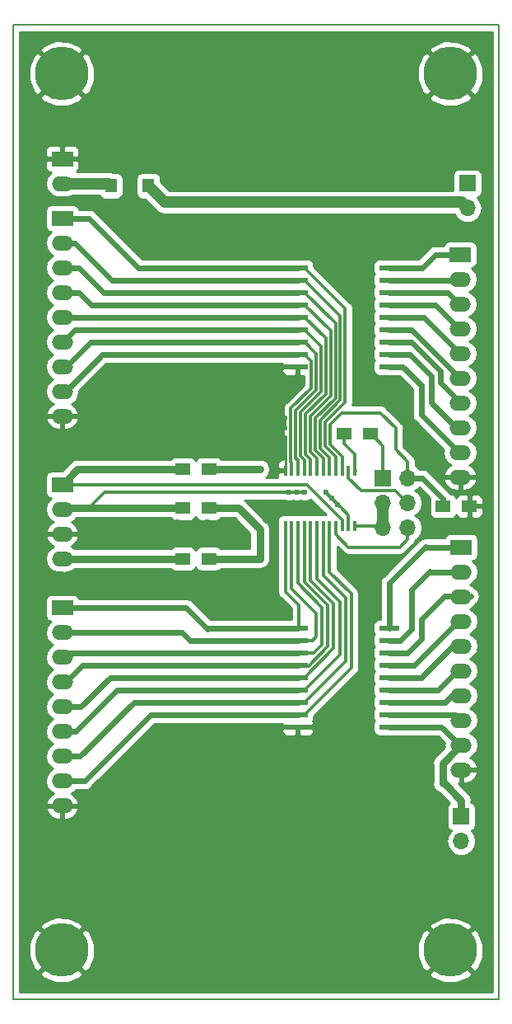
<source format=gtl>
G04 #@! TF.GenerationSoftware,KiCad,Pcbnew,(5.0.2)-1*
G04 #@! TF.CreationDate,2019-03-14T17:23:15+01:00*
G04 #@! TF.ProjectId,Alexi2c,416c6578-6932-4632-9e6b-696361645f70,rev?*
G04 #@! TF.SameCoordinates,Original*
G04 #@! TF.FileFunction,Copper,L1,Top*
G04 #@! TF.FilePolarity,Positive*
%FSLAX46Y46*%
G04 Gerber Fmt 4.6, Leading zero omitted, Abs format (unit mm)*
G04 Created by KiCad (PCBNEW (5.0.2)-1) date 14/03/2019 17:23:15*
%MOMM*%
%LPD*%
G01*
G04 APERTURE LIST*
G04 #@! TA.AperFunction,NonConductor*
%ADD10C,0.150000*%
G04 #@! TD*
G04 #@! TA.AperFunction,ComponentPad*
%ADD11O,2.197100X1.524000*%
G04 #@! TD*
G04 #@! TA.AperFunction,ComponentPad*
%ADD12R,2.197100X1.524000*%
G04 #@! TD*
G04 #@! TA.AperFunction,ViaPad*
%ADD13C,0.800000*%
G04 #@! TD*
G04 #@! TA.AperFunction,SMDPad,CuDef*
%ADD14R,1.500000X1.300000*%
G04 #@! TD*
G04 #@! TA.AperFunction,SMDPad,CuDef*
%ADD15R,2.000000X0.600000*%
G04 #@! TD*
G04 #@! TA.AperFunction,ComponentPad*
%ADD16R,1.700000X1.700000*%
G04 #@! TD*
G04 #@! TA.AperFunction,ComponentPad*
%ADD17O,1.700000X1.700000*%
G04 #@! TD*
G04 #@! TA.AperFunction,SMDPad,CuDef*
%ADD18R,0.400000X1.100000*%
G04 #@! TD*
G04 #@! TA.AperFunction,SMDPad,CuDef*
%ADD19R,1.270000X1.470000*%
G04 #@! TD*
G04 #@! TA.AperFunction,ComponentPad*
%ADD20C,5.500000*%
G04 #@! TD*
G04 #@! TA.AperFunction,ViaPad*
%ADD21C,0.600000*%
G04 #@! TD*
G04 #@! TA.AperFunction,Conductor*
%ADD22C,0.250000*%
G04 #@! TD*
G04 #@! TA.AperFunction,Conductor*
%ADD23C,0.800000*%
G04 #@! TD*
G04 #@! TA.AperFunction,Conductor*
%ADD24C,0.300000*%
G04 #@! TD*
G04 #@! TA.AperFunction,Conductor*
%ADD25C,0.600000*%
G04 #@! TD*
G04 #@! TA.AperFunction,Conductor*
%ADD26C,1.200000*%
G04 #@! TD*
G04 #@! TA.AperFunction,Conductor*
%ADD27C,0.254000*%
G04 #@! TD*
G04 APERTURE END LIST*
D10*
X90000000Y-135000000D02*
X90000000Y-35000000D01*
X140000000Y-135000000D02*
X90000000Y-135000000D01*
X140000000Y-35000000D02*
X140000000Y-135000000D01*
X90000000Y-35000000D02*
X140000000Y-35000000D01*
D11*
G04 #@! TO.P,J11,8*
G04 #@! TO.N,Net-(J11-Pad8)*
X95076200Y-112620000D03*
G04 #@! TO.P,J11,7*
G04 #@! TO.N,Net-(J11-Pad7)*
X95076200Y-110080000D03*
G04 #@! TO.P,J11,5*
G04 #@! TO.N,Net-(J11-Pad5)*
X95076200Y-105000000D03*
G04 #@! TO.P,J11,4*
G04 #@! TO.N,Net-(J11-Pad4)*
X95076200Y-102460000D03*
G04 #@! TO.P,J11,3*
G04 #@! TO.N,Net-(J11-Pad3)*
X95076200Y-99920000D03*
G04 #@! TO.P,J11,9*
G04 #@! TO.N,GND*
X95076200Y-115160000D03*
G04 #@! TO.P,J11,6*
G04 #@! TO.N,Net-(J11-Pad6)*
X95076200Y-107540000D03*
D12*
G04 #@! TO.P,J11,1*
G04 #@! TO.N,Net-(J11-Pad1)*
X95076200Y-94840000D03*
D11*
G04 #@! TO.P,J11,2*
G04 #@! TO.N,Net-(J11-Pad2)*
X95076200Y-97380000D03*
G04 #@! TD*
G04 #@! TO.P,J6,8*
G04 #@! TO.N,Net-(J6-Pad8)*
X95076200Y-72620000D03*
G04 #@! TO.P,J6,7*
G04 #@! TO.N,Net-(J6-Pad7)*
X95076200Y-70080000D03*
G04 #@! TO.P,J6,5*
G04 #@! TO.N,Net-(J6-Pad5)*
X95076200Y-65000000D03*
G04 #@! TO.P,J6,4*
G04 #@! TO.N,Net-(J6-Pad4)*
X95076200Y-62460000D03*
G04 #@! TO.P,J6,3*
G04 #@! TO.N,Net-(J6-Pad3)*
X95076200Y-59920000D03*
G04 #@! TO.P,J6,9*
G04 #@! TO.N,GND*
X95076200Y-75160000D03*
G04 #@! TO.P,J6,6*
G04 #@! TO.N,Net-(J6-Pad6)*
X95076200Y-67540000D03*
D12*
G04 #@! TO.P,J6,1*
G04 #@! TO.N,Net-(J6-Pad1)*
X95076200Y-54840000D03*
D11*
G04 #@! TO.P,J6,2*
G04 #@! TO.N,Net-(J6-Pad2)*
X95076200Y-57380000D03*
G04 #@! TD*
D12*
G04 #@! TO.P,J3,1*
G04 #@! TO.N,GND*
X95076200Y-48730000D03*
D11*
G04 #@! TO.P,J3,2*
G04 #@! TO.N,Net-(D1-Pad2)*
X95076200Y-51270000D03*
G04 #@! TD*
D13*
G04 #@! TO.N,GND*
G04 #@! TO.C,REF\002A\002A*
X92500000Y-93000000D03*
G04 #@! TD*
D11*
G04 #@! TO.P,J1,4*
G04 #@! TO.N,Net-(J1-Pad4)*
X95076200Y-89810000D03*
G04 #@! TO.P,J1,3*
G04 #@! TO.N,GND*
X95076200Y-87270000D03*
D12*
G04 #@! TO.P,J1,1*
G04 #@! TO.N,Net-(J1-Pad1)*
X95076200Y-82190000D03*
D11*
G04 #@! TO.P,J1,2*
G04 #@! TO.N,Net-(J1-Pad2)*
X95076200Y-84730000D03*
G04 #@! TD*
D13*
G04 #@! TO.N,GND*
G04 #@! TO.C,REF\002A\002A*
X139000000Y-50000000D03*
G04 #@! TD*
G04 #@! TO.N,GND*
G04 #@! TO.C,REF\002A\002A*
X139000000Y-51500000D03*
G04 #@! TD*
G04 #@! TO.N,GND*
G04 #@! TO.C,REF\002A\002A*
X139000000Y-53000000D03*
G04 #@! TD*
G04 #@! TO.N,GND*
G04 #@! TO.C,REF\002A\002A*
X139000000Y-54500000D03*
G04 #@! TD*
G04 #@! TO.N,GND*
G04 #@! TO.C,REF\002A\002A*
X139000000Y-56000000D03*
G04 #@! TD*
G04 #@! TO.N,GND*
G04 #@! TO.C,REF\002A\002A*
X139000000Y-57500000D03*
G04 #@! TD*
G04 #@! TO.N,GND*
G04 #@! TO.C,REF\002A\002A*
X139000000Y-59000000D03*
G04 #@! TD*
G04 #@! TO.N,GND*
G04 #@! TO.C,REF\002A\002A*
X139000000Y-60500000D03*
G04 #@! TD*
G04 #@! TO.N,GND*
G04 #@! TO.C,REF\002A\002A*
X139000000Y-62000000D03*
G04 #@! TD*
G04 #@! TO.N,GND*
G04 #@! TO.C,REF\002A\002A*
X139000000Y-63500000D03*
G04 #@! TD*
G04 #@! TO.N,GND*
G04 #@! TO.C,REF\002A\002A*
X139000000Y-65000000D03*
G04 #@! TD*
G04 #@! TO.N,GND*
G04 #@! TO.C,REF\002A\002A*
X139000000Y-66500000D03*
G04 #@! TD*
G04 #@! TO.N,GND*
G04 #@! TO.C,REF\002A\002A*
X139000000Y-68000000D03*
G04 #@! TD*
G04 #@! TO.N,GND*
G04 #@! TO.C,REF\002A\002A*
X139000000Y-69500000D03*
G04 #@! TD*
G04 #@! TO.N,GND*
G04 #@! TO.C,REF\002A\002A*
X139000000Y-71000000D03*
G04 #@! TD*
G04 #@! TO.N,GND*
G04 #@! TO.C,REF\002A\002A*
X139000000Y-72500000D03*
G04 #@! TD*
G04 #@! TO.N,GND*
G04 #@! TO.C,REF\002A\002A*
X139000000Y-74000000D03*
G04 #@! TD*
G04 #@! TO.N,GND*
G04 #@! TO.C,REF\002A\002A*
X139000000Y-75500000D03*
G04 #@! TD*
G04 #@! TO.N,GND*
G04 #@! TO.C,REF\002A\002A*
X139000000Y-77000000D03*
G04 #@! TD*
G04 #@! TO.N,GND*
G04 #@! TO.C,REF\002A\002A*
X139000000Y-78500000D03*
G04 #@! TD*
G04 #@! TO.N,GND*
G04 #@! TO.C,REF\002A\002A*
X139000000Y-80000000D03*
G04 #@! TD*
G04 #@! TO.N,GND*
G04 #@! TO.C,REF\002A\002A*
X139000000Y-81500000D03*
G04 #@! TD*
G04 #@! TO.N,GND*
G04 #@! TO.C,REF\002A\002A*
X139000000Y-83000000D03*
G04 #@! TD*
G04 #@! TO.N,GND*
G04 #@! TO.C,REF\002A\002A*
X139000000Y-84500000D03*
G04 #@! TD*
G04 #@! TO.N,GND*
G04 #@! TO.C,REF\002A\002A*
X139000000Y-86000000D03*
G04 #@! TD*
G04 #@! TO.N,GND*
G04 #@! TO.C,REF\002A\002A*
X139000000Y-87500000D03*
G04 #@! TD*
G04 #@! TO.N,GND*
G04 #@! TO.C,REF\002A\002A*
X139000000Y-89000000D03*
G04 #@! TD*
G04 #@! TO.N,GND*
G04 #@! TO.C,REF\002A\002A*
X139000000Y-90500000D03*
G04 #@! TD*
G04 #@! TO.N,GND*
G04 #@! TO.C,REF\002A\002A*
X139000000Y-92000000D03*
G04 #@! TD*
G04 #@! TO.N,GND*
G04 #@! TO.C,REF\002A\002A*
X139000000Y-93500000D03*
G04 #@! TD*
G04 #@! TO.N,GND*
G04 #@! TO.C,REF\002A\002A*
X139000000Y-95000000D03*
G04 #@! TD*
G04 #@! TO.N,GND*
G04 #@! TO.C,REF\002A\002A*
X139000000Y-96500000D03*
G04 #@! TD*
G04 #@! TO.N,GND*
G04 #@! TO.C,REF\002A\002A*
X139000000Y-98000000D03*
G04 #@! TD*
G04 #@! TO.N,GND*
G04 #@! TO.C,REF\002A\002A*
X139000000Y-99500000D03*
G04 #@! TD*
G04 #@! TO.N,GND*
G04 #@! TO.C,REF\002A\002A*
X139000000Y-101000000D03*
G04 #@! TD*
G04 #@! TO.N,GND*
G04 #@! TO.C,REF\002A\002A*
X139000000Y-102500000D03*
G04 #@! TD*
G04 #@! TO.N,GND*
G04 #@! TO.C,REF\002A\002A*
X139000000Y-104000000D03*
G04 #@! TD*
G04 #@! TO.N,GND*
G04 #@! TO.C,REF\002A\002A*
X139000000Y-105500000D03*
G04 #@! TD*
G04 #@! TO.N,GND*
G04 #@! TO.C,REF\002A\002A*
X139000000Y-107000000D03*
G04 #@! TD*
G04 #@! TO.N,GND*
G04 #@! TO.C,REF\002A\002A*
X139000000Y-108500000D03*
G04 #@! TD*
G04 #@! TO.N,GND*
G04 #@! TO.C,REF\002A\002A*
X139000000Y-110000000D03*
G04 #@! TD*
G04 #@! TO.N,GND*
G04 #@! TO.C,REF\002A\002A*
X139000000Y-111500000D03*
G04 #@! TD*
G04 #@! TO.N,GND*
G04 #@! TO.C,REF\002A\002A*
X139000000Y-113000000D03*
G04 #@! TD*
G04 #@! TO.N,GND*
G04 #@! TO.C,REF\002A\002A*
X139000000Y-114500000D03*
G04 #@! TD*
G04 #@! TO.N,GND*
G04 #@! TO.C,REF\002A\002A*
X139000000Y-116000000D03*
G04 #@! TD*
G04 #@! TO.N,GND*
G04 #@! TO.C,REF\002A\002A*
X139000000Y-117500000D03*
G04 #@! TD*
G04 #@! TO.N,GND*
G04 #@! TO.C,REF\002A\002A*
X139000000Y-119000000D03*
G04 #@! TD*
G04 #@! TO.N,GND*
G04 #@! TO.C,REF\002A\002A*
X139000000Y-120500000D03*
G04 #@! TD*
G04 #@! TO.N,GND*
G04 #@! TO.C,REF\002A\002A*
X139000000Y-122000000D03*
G04 #@! TD*
G04 #@! TO.N,GND*
G04 #@! TO.C,REF\002A\002A*
X139000000Y-123500000D03*
G04 #@! TD*
G04 #@! TO.N,GND*
G04 #@! TO.C,REF\002A\002A*
X139000000Y-125000000D03*
G04 #@! TD*
G04 #@! TO.N,GND*
G04 #@! TO.C,REF\002A\002A*
X139000000Y-126500000D03*
G04 #@! TD*
G04 #@! TO.N,GND*
G04 #@! TO.C,REF\002A\002A*
X139000000Y-128000000D03*
G04 #@! TD*
G04 #@! TO.N,GND*
G04 #@! TO.C,REF\002A\002A*
X139000000Y-129500000D03*
G04 #@! TD*
G04 #@! TO.N,GND*
G04 #@! TO.C,REF\002A\002A*
X91000000Y-124500000D03*
G04 #@! TD*
G04 #@! TO.N,GND*
G04 #@! TO.C,REF\002A\002A*
X91000000Y-123000000D03*
G04 #@! TD*
G04 #@! TO.N,GND*
G04 #@! TO.C,REF\002A\002A*
X91000000Y-121500000D03*
G04 #@! TD*
G04 #@! TO.N,GND*
G04 #@! TO.C,REF\002A\002A*
X91000000Y-120000000D03*
G04 #@! TD*
G04 #@! TO.N,GND*
G04 #@! TO.C,REF\002A\002A*
X91000000Y-118500000D03*
G04 #@! TD*
G04 #@! TO.N,GND*
G04 #@! TO.C,REF\002A\002A*
X91000000Y-117000000D03*
G04 #@! TD*
G04 #@! TO.N,GND*
G04 #@! TO.C,REF\002A\002A*
X91000000Y-115500000D03*
G04 #@! TD*
G04 #@! TO.N,GND*
G04 #@! TO.C,REF\002A\002A*
X91000000Y-114000000D03*
G04 #@! TD*
G04 #@! TO.N,GND*
G04 #@! TO.C,REF\002A\002A*
X91000000Y-112500000D03*
G04 #@! TD*
G04 #@! TO.N,GND*
G04 #@! TO.C,REF\002A\002A*
X91000000Y-111000000D03*
G04 #@! TD*
G04 #@! TO.N,GND*
G04 #@! TO.C,REF\002A\002A*
X91000000Y-109500000D03*
G04 #@! TD*
G04 #@! TO.N,GND*
G04 #@! TO.C,REF\002A\002A*
X91000000Y-108000000D03*
G04 #@! TD*
G04 #@! TO.N,GND*
G04 #@! TO.C,REF\002A\002A*
X91000000Y-106500000D03*
G04 #@! TD*
G04 #@! TO.N,GND*
G04 #@! TO.C,REF\002A\002A*
X91000000Y-105000000D03*
G04 #@! TD*
G04 #@! TO.N,GND*
G04 #@! TO.C,REF\002A\002A*
X91000000Y-103500000D03*
G04 #@! TD*
G04 #@! TO.N,GND*
G04 #@! TO.C,REF\002A\002A*
X91000000Y-102000000D03*
G04 #@! TD*
G04 #@! TO.N,GND*
G04 #@! TO.C,REF\002A\002A*
X91000000Y-100500000D03*
G04 #@! TD*
G04 #@! TO.N,GND*
G04 #@! TO.C,REF\002A\002A*
X91000000Y-99000000D03*
G04 #@! TD*
G04 #@! TO.N,GND*
G04 #@! TO.C,REF\002A\002A*
X91000000Y-97500000D03*
G04 #@! TD*
G04 #@! TO.N,GND*
G04 #@! TO.C,REF\002A\002A*
X91000000Y-96000000D03*
G04 #@! TD*
G04 #@! TO.N,GND*
G04 #@! TO.C,REF\002A\002A*
X91000000Y-94500000D03*
G04 #@! TD*
G04 #@! TO.N,GND*
G04 #@! TO.C,REF\002A\002A*
X91000000Y-93000000D03*
G04 #@! TD*
G04 #@! TO.N,GND*
G04 #@! TO.C,REF\002A\002A*
X91000000Y-91500000D03*
G04 #@! TD*
G04 #@! TO.N,GND*
G04 #@! TO.C,REF\002A\002A*
X91000000Y-90000000D03*
G04 #@! TD*
G04 #@! TO.N,GND*
G04 #@! TO.C,REF\002A\002A*
X91000000Y-88500000D03*
G04 #@! TD*
G04 #@! TO.N,GND*
G04 #@! TO.C,REF\002A\002A*
X91000000Y-87000000D03*
G04 #@! TD*
G04 #@! TO.N,GND*
G04 #@! TO.C,REF\002A\002A*
X91000000Y-85500000D03*
G04 #@! TD*
G04 #@! TO.N,GND*
G04 #@! TO.C,REF\002A\002A*
X91000000Y-84000000D03*
G04 #@! TD*
G04 #@! TO.N,GND*
G04 #@! TO.C,REF\002A\002A*
X91000000Y-82500000D03*
G04 #@! TD*
G04 #@! TO.N,GND*
G04 #@! TO.C,REF\002A\002A*
X91000000Y-81000000D03*
G04 #@! TD*
G04 #@! TO.N,GND*
G04 #@! TO.C,REF\002A\002A*
X91000000Y-79500000D03*
G04 #@! TD*
G04 #@! TO.N,GND*
G04 #@! TO.C,REF\002A\002A*
X91000000Y-78000000D03*
G04 #@! TD*
G04 #@! TO.N,GND*
G04 #@! TO.C,REF\002A\002A*
X91000000Y-76500000D03*
G04 #@! TD*
G04 #@! TO.N,GND*
G04 #@! TO.C,REF\002A\002A*
X91000000Y-75000000D03*
G04 #@! TD*
G04 #@! TO.N,GND*
G04 #@! TO.C,REF\002A\002A*
X91000000Y-73500000D03*
G04 #@! TD*
G04 #@! TO.N,GND*
G04 #@! TO.C,REF\002A\002A*
X91000000Y-72000000D03*
G04 #@! TD*
G04 #@! TO.N,GND*
G04 #@! TO.C,REF\002A\002A*
X91000000Y-70500000D03*
G04 #@! TD*
G04 #@! TO.N,GND*
G04 #@! TO.C,REF\002A\002A*
X91000000Y-69000000D03*
G04 #@! TD*
G04 #@! TO.N,GND*
G04 #@! TO.C,REF\002A\002A*
X91000000Y-67500000D03*
G04 #@! TD*
G04 #@! TO.N,GND*
G04 #@! TO.C,REF\002A\002A*
X91000000Y-66000000D03*
G04 #@! TD*
G04 #@! TO.N,GND*
G04 #@! TO.C,REF\002A\002A*
X91000000Y-64500000D03*
G04 #@! TD*
G04 #@! TO.N,GND*
G04 #@! TO.C,REF\002A\002A*
X91000000Y-63000000D03*
G04 #@! TD*
G04 #@! TO.N,GND*
G04 #@! TO.C,REF\002A\002A*
X91000000Y-61500000D03*
G04 #@! TD*
G04 #@! TO.N,GND*
G04 #@! TO.C,REF\002A\002A*
X91000000Y-60000000D03*
G04 #@! TD*
G04 #@! TO.N,GND*
G04 #@! TO.C,REF\002A\002A*
X91000000Y-58500000D03*
G04 #@! TD*
G04 #@! TO.N,GND*
G04 #@! TO.C,REF\002A\002A*
X91000000Y-57000000D03*
G04 #@! TD*
G04 #@! TO.N,GND*
G04 #@! TO.C,REF\002A\002A*
X91000000Y-55500000D03*
G04 #@! TD*
G04 #@! TO.N,GND*
G04 #@! TO.C,REF\002A\002A*
X91000000Y-54000000D03*
G04 #@! TD*
G04 #@! TO.N,GND*
G04 #@! TO.C,REF\002A\002A*
X91000000Y-52500000D03*
G04 #@! TD*
G04 #@! TO.N,GND*
G04 #@! TO.C,REF\002A\002A*
X91000000Y-51000000D03*
G04 #@! TD*
G04 #@! TO.N,GND*
G04 #@! TO.C,REF\002A\002A*
X91000000Y-49500000D03*
G04 #@! TD*
G04 #@! TO.N,GND*
G04 #@! TO.C,REF\002A\002A*
X91000000Y-48000000D03*
G04 #@! TD*
G04 #@! TO.N,GND*
G04 #@! TO.C,REF\002A\002A*
X91000000Y-46500000D03*
G04 #@! TD*
G04 #@! TO.N,GND*
G04 #@! TO.C,REF\002A\002A*
X91000000Y-45000000D03*
G04 #@! TD*
G04 #@! TO.N,GND*
G04 #@! TO.C,REF\002A\002A*
X103000000Y-76500000D03*
G04 #@! TD*
G04 #@! TO.N,GND*
G04 #@! TO.C,REF\002A\002A*
X101500000Y-76500000D03*
G04 #@! TD*
G04 #@! TO.N,GND*
G04 #@! TO.C,REF\002A\002A*
X100000000Y-76500000D03*
G04 #@! TD*
G04 #@! TO.N,GND*
G04 #@! TO.C,REF\002A\002A*
X103000000Y-75000000D03*
G04 #@! TD*
G04 #@! TO.N,GND*
G04 #@! TO.C,REF\002A\002A*
X101500000Y-75000000D03*
G04 #@! TD*
G04 #@! TO.N,GND*
G04 #@! TO.C,REF\002A\002A*
X100000000Y-75000000D03*
G04 #@! TD*
G04 #@! TO.N,GND*
G04 #@! TO.C,REF\002A\002A*
X103000000Y-73500000D03*
G04 #@! TD*
G04 #@! TO.N,GND*
G04 #@! TO.C,REF\002A\002A*
X101500000Y-73500000D03*
G04 #@! TD*
G04 #@! TO.N,GND*
G04 #@! TO.C,REF\002A\002A*
X100000000Y-73500000D03*
G04 #@! TD*
G04 #@! TO.N,GND*
G04 #@! TO.C,REF\002A\002A*
X103000000Y-72000000D03*
G04 #@! TD*
G04 #@! TO.N,GND*
G04 #@! TO.C,REF\002A\002A*
X101500000Y-72000000D03*
G04 #@! TD*
G04 #@! TO.N,GND*
G04 #@! TO.C,REF\002A\002A*
X100000000Y-72000000D03*
G04 #@! TD*
G04 #@! TO.N,GND*
G04 #@! TO.C,REF\002A\002A*
X108500000Y-72000000D03*
G04 #@! TD*
G04 #@! TO.N,GND*
G04 #@! TO.C,REF\002A\002A*
X110000000Y-72000000D03*
G04 #@! TD*
G04 #@! TO.N,GND*
G04 #@! TO.C,REF\002A\002A*
X111500000Y-72000000D03*
G04 #@! TD*
G04 #@! TO.N,GND*
G04 #@! TO.C,REF\002A\002A*
X113000000Y-72000000D03*
G04 #@! TD*
G04 #@! TO.N,GND*
G04 #@! TO.C,REF\002A\002A*
X114500000Y-72000000D03*
G04 #@! TD*
G04 #@! TO.N,GND*
G04 #@! TO.C,REF\002A\002A*
X116000000Y-72000000D03*
G04 #@! TD*
G04 #@! TO.N,GND*
G04 #@! TO.C,REF\002A\002A*
X108500000Y-73500000D03*
G04 #@! TD*
G04 #@! TO.N,GND*
G04 #@! TO.C,REF\002A\002A*
X110000000Y-73500000D03*
G04 #@! TD*
G04 #@! TO.N,GND*
G04 #@! TO.C,REF\002A\002A*
X111500000Y-73500000D03*
G04 #@! TD*
G04 #@! TO.N,GND*
G04 #@! TO.C,REF\002A\002A*
X113000000Y-73500000D03*
G04 #@! TD*
G04 #@! TO.N,GND*
G04 #@! TO.C,REF\002A\002A*
X114500000Y-73500000D03*
G04 #@! TD*
G04 #@! TO.N,GND*
G04 #@! TO.C,REF\002A\002A*
X116000000Y-73500000D03*
G04 #@! TD*
G04 #@! TO.N,GND*
G04 #@! TO.C,REF\002A\002A*
X108500000Y-75000000D03*
G04 #@! TD*
G04 #@! TO.N,GND*
G04 #@! TO.C,REF\002A\002A*
X110000000Y-75000000D03*
G04 #@! TD*
G04 #@! TO.N,GND*
G04 #@! TO.C,REF\002A\002A*
X111500000Y-75000000D03*
G04 #@! TD*
G04 #@! TO.N,GND*
G04 #@! TO.C,REF\002A\002A*
X113000000Y-75000000D03*
G04 #@! TD*
G04 #@! TO.N,GND*
G04 #@! TO.C,REF\002A\002A*
X114500000Y-75000000D03*
G04 #@! TD*
G04 #@! TO.N,GND*
G04 #@! TO.C,REF\002A\002A*
X116000000Y-75000000D03*
G04 #@! TD*
G04 #@! TO.N,GND*
G04 #@! TO.C,REF\002A\002A*
X108500000Y-76500000D03*
G04 #@! TD*
G04 #@! TO.N,GND*
G04 #@! TO.C,REF\002A\002A*
X110000000Y-76500000D03*
G04 #@! TD*
G04 #@! TO.N,GND*
G04 #@! TO.C,REF\002A\002A*
X111500000Y-76500000D03*
G04 #@! TD*
G04 #@! TO.N,GND*
G04 #@! TO.C,REF\002A\002A*
X113000000Y-76500000D03*
G04 #@! TD*
G04 #@! TO.N,GND*
G04 #@! TO.C,REF\002A\002A*
X114500000Y-76500000D03*
G04 #@! TD*
G04 #@! TO.N,GND*
G04 #@! TO.C,REF\002A\002A*
X116000000Y-76500000D03*
G04 #@! TD*
G04 #@! TO.N,GND*
G04 #@! TO.C,REF\002A\002A*
X102500000Y-93500000D03*
G04 #@! TD*
G04 #@! TO.N,GND*
G04 #@! TO.C,REF\002A\002A*
X101000000Y-93500000D03*
G04 #@! TD*
G04 #@! TO.N,GND*
G04 #@! TO.C,REF\002A\002A*
X99500000Y-93500000D03*
G04 #@! TD*
G04 #@! TO.N,GND*
G04 #@! TO.C,REF\002A\002A*
X102500000Y-92000000D03*
G04 #@! TD*
G04 #@! TO.N,GND*
G04 #@! TO.C,REF\002A\002A*
X101000000Y-92000000D03*
G04 #@! TD*
G04 #@! TO.N,GND*
G04 #@! TO.C,REF\002A\002A*
X99500000Y-92000000D03*
G04 #@! TD*
G04 #@! TO.N,GND*
G04 #@! TO.C,REF\002A\002A*
X107500000Y-92000000D03*
G04 #@! TD*
G04 #@! TO.N,GND*
G04 #@! TO.C,REF\002A\002A*
X109000000Y-92000000D03*
G04 #@! TD*
G04 #@! TO.N,GND*
G04 #@! TO.C,REF\002A\002A*
X110500000Y-92000000D03*
G04 #@! TD*
G04 #@! TO.N,GND*
G04 #@! TO.C,REF\002A\002A*
X112000000Y-92000000D03*
G04 #@! TD*
G04 #@! TO.N,GND*
G04 #@! TO.C,REF\002A\002A*
X113500000Y-92000000D03*
G04 #@! TD*
G04 #@! TO.N,GND*
G04 #@! TO.C,REF\002A\002A*
X115000000Y-92000000D03*
G04 #@! TD*
G04 #@! TO.N,GND*
G04 #@! TO.C,REF\002A\002A*
X116500000Y-92000000D03*
G04 #@! TD*
G04 #@! TO.N,GND*
G04 #@! TO.C,REF\002A\002A*
X107500000Y-93500000D03*
G04 #@! TD*
G04 #@! TO.N,GND*
G04 #@! TO.C,REF\002A\002A*
X109000000Y-93500000D03*
G04 #@! TD*
G04 #@! TO.N,GND*
G04 #@! TO.C,REF\002A\002A*
X110500000Y-93500000D03*
G04 #@! TD*
G04 #@! TO.N,GND*
G04 #@! TO.C,REF\002A\002A*
X112000000Y-93500000D03*
G04 #@! TD*
G04 #@! TO.N,GND*
G04 #@! TO.C,REF\002A\002A*
X113500000Y-93500000D03*
G04 #@! TD*
G04 #@! TO.N,GND*
G04 #@! TO.C,REF\002A\002A*
X115000000Y-93500000D03*
G04 #@! TD*
G04 #@! TO.N,GND*
G04 #@! TO.C,REF\002A\002A*
X116500000Y-93500000D03*
G04 #@! TD*
G04 #@! TO.N,GND*
G04 #@! TO.C,REF\002A\002A*
X128500000Y-115000000D03*
G04 #@! TD*
G04 #@! TO.N,GND*
G04 #@! TO.C,REF\002A\002A*
X127000000Y-115000000D03*
G04 #@! TD*
G04 #@! TO.N,GND*
G04 #@! TO.C,REF\002A\002A*
X125500000Y-115000000D03*
G04 #@! TD*
G04 #@! TO.N,GND*
G04 #@! TO.C,REF\002A\002A*
X124000000Y-115000000D03*
G04 #@! TD*
G04 #@! TO.N,GND*
G04 #@! TO.C,REF\002A\002A*
X122500000Y-115000000D03*
G04 #@! TD*
G04 #@! TO.N,GND*
G04 #@! TO.C,REF\002A\002A*
X121000000Y-115000000D03*
G04 #@! TD*
G04 #@! TO.N,GND*
G04 #@! TO.C,REF\002A\002A*
X119500000Y-115000000D03*
G04 #@! TD*
G04 #@! TO.N,GND*
G04 #@! TO.C,REF\002A\002A*
X118000000Y-115000000D03*
G04 #@! TD*
G04 #@! TO.N,GND*
G04 #@! TO.C,REF\002A\002A*
X116500000Y-115000000D03*
G04 #@! TD*
G04 #@! TO.N,GND*
G04 #@! TO.C,REF\002A\002A*
X115000000Y-115000000D03*
G04 #@! TD*
G04 #@! TO.N,GND*
G04 #@! TO.C,REF\002A\002A*
X113500000Y-115000000D03*
G04 #@! TD*
G04 #@! TO.N,GND*
G04 #@! TO.C,REF\002A\002A*
X112000000Y-115000000D03*
G04 #@! TD*
G04 #@! TO.N,GND*
G04 #@! TO.C,REF\002A\002A*
X110500000Y-115000000D03*
G04 #@! TD*
G04 #@! TO.N,GND*
G04 #@! TO.C,REF\002A\002A*
X109000000Y-115000000D03*
G04 #@! TD*
G04 #@! TO.N,GND*
G04 #@! TO.C,REF\002A\002A*
X128500000Y-113500000D03*
G04 #@! TD*
G04 #@! TO.N,GND*
G04 #@! TO.C,REF\002A\002A*
X127000000Y-113500000D03*
G04 #@! TD*
G04 #@! TO.N,GND*
G04 #@! TO.C,REF\002A\002A*
X125500000Y-113500000D03*
G04 #@! TD*
G04 #@! TO.N,GND*
G04 #@! TO.C,REF\002A\002A*
X124000000Y-113500000D03*
G04 #@! TD*
G04 #@! TO.N,GND*
G04 #@! TO.C,REF\002A\002A*
X122500000Y-113500000D03*
G04 #@! TD*
G04 #@! TO.N,GND*
G04 #@! TO.C,REF\002A\002A*
X121000000Y-113500000D03*
G04 #@! TD*
G04 #@! TO.N,GND*
G04 #@! TO.C,REF\002A\002A*
X119500000Y-113500000D03*
G04 #@! TD*
G04 #@! TO.N,GND*
G04 #@! TO.C,REF\002A\002A*
X118000000Y-113500000D03*
G04 #@! TD*
G04 #@! TO.N,GND*
G04 #@! TO.C,REF\002A\002A*
X116500000Y-113500000D03*
G04 #@! TD*
G04 #@! TO.N,GND*
G04 #@! TO.C,REF\002A\002A*
X115000000Y-113500000D03*
G04 #@! TD*
G04 #@! TO.N,GND*
G04 #@! TO.C,REF\002A\002A*
X113500000Y-113500000D03*
G04 #@! TD*
G04 #@! TO.N,GND*
G04 #@! TO.C,REF\002A\002A*
X112000000Y-113500000D03*
G04 #@! TD*
G04 #@! TO.N,GND*
G04 #@! TO.C,REF\002A\002A*
X110500000Y-113500000D03*
G04 #@! TD*
G04 #@! TO.N,GND*
G04 #@! TO.C,REF\002A\002A*
X109000000Y-113500000D03*
G04 #@! TD*
G04 #@! TO.N,GND*
G04 #@! TO.C,REF\002A\002A*
X128500000Y-112000000D03*
G04 #@! TD*
G04 #@! TO.N,GND*
G04 #@! TO.C,REF\002A\002A*
X127000000Y-112000000D03*
G04 #@! TD*
G04 #@! TO.N,GND*
G04 #@! TO.C,REF\002A\002A*
X125500000Y-112000000D03*
G04 #@! TD*
G04 #@! TO.N,GND*
G04 #@! TO.C,REF\002A\002A*
X124000000Y-112000000D03*
G04 #@! TD*
G04 #@! TO.N,GND*
G04 #@! TO.C,REF\002A\002A*
X122500000Y-112000000D03*
G04 #@! TD*
G04 #@! TO.N,GND*
G04 #@! TO.C,REF\002A\002A*
X121000000Y-112000000D03*
G04 #@! TD*
G04 #@! TO.N,GND*
G04 #@! TO.C,REF\002A\002A*
X119500000Y-112000000D03*
G04 #@! TD*
G04 #@! TO.N,GND*
G04 #@! TO.C,REF\002A\002A*
X118000000Y-112000000D03*
G04 #@! TD*
G04 #@! TO.N,GND*
G04 #@! TO.C,REF\002A\002A*
X116500000Y-112000000D03*
G04 #@! TD*
G04 #@! TO.N,GND*
G04 #@! TO.C,REF\002A\002A*
X115000000Y-112000000D03*
G04 #@! TD*
G04 #@! TO.N,GND*
G04 #@! TO.C,REF\002A\002A*
X113500000Y-112000000D03*
G04 #@! TD*
G04 #@! TO.N,GND*
G04 #@! TO.C,REF\002A\002A*
X112000000Y-112000000D03*
G04 #@! TD*
G04 #@! TO.N,GND*
G04 #@! TO.C,REF\002A\002A*
X110500000Y-112000000D03*
G04 #@! TD*
G04 #@! TO.N,GND*
G04 #@! TO.C,REF\002A\002A*
X109000000Y-112000000D03*
G04 #@! TD*
G04 #@! TO.N,GND*
G04 #@! TO.C,REF\002A\002A*
X128500000Y-110500000D03*
G04 #@! TD*
G04 #@! TO.N,GND*
G04 #@! TO.C,REF\002A\002A*
X127000000Y-110500000D03*
G04 #@! TD*
G04 #@! TO.N,GND*
G04 #@! TO.C,REF\002A\002A*
X125500000Y-110500000D03*
G04 #@! TD*
G04 #@! TO.N,GND*
G04 #@! TO.C,REF\002A\002A*
X124000000Y-110500000D03*
G04 #@! TD*
G04 #@! TO.N,GND*
G04 #@! TO.C,REF\002A\002A*
X122500000Y-110500000D03*
G04 #@! TD*
G04 #@! TO.N,GND*
G04 #@! TO.C,REF\002A\002A*
X121000000Y-110500000D03*
G04 #@! TD*
G04 #@! TO.N,GND*
G04 #@! TO.C,REF\002A\002A*
X119500000Y-110500000D03*
G04 #@! TD*
G04 #@! TO.N,GND*
G04 #@! TO.C,REF\002A\002A*
X118000000Y-110500000D03*
G04 #@! TD*
G04 #@! TO.N,GND*
G04 #@! TO.C,REF\002A\002A*
X116500000Y-110500000D03*
G04 #@! TD*
G04 #@! TO.N,GND*
G04 #@! TO.C,REF\002A\002A*
X115000000Y-110500000D03*
G04 #@! TD*
G04 #@! TO.N,GND*
G04 #@! TO.C,REF\002A\002A*
X113500000Y-110500000D03*
G04 #@! TD*
G04 #@! TO.N,GND*
G04 #@! TO.C,REF\002A\002A*
X112000000Y-110500000D03*
G04 #@! TD*
G04 #@! TO.N,GND*
G04 #@! TO.C,REF\002A\002A*
X110500000Y-110500000D03*
G04 #@! TD*
G04 #@! TO.N,GND*
G04 #@! TO.C,REF\002A\002A*
X109000000Y-110500000D03*
G04 #@! TD*
G04 #@! TO.N,GND*
G04 #@! TO.C,REF\002A\002A*
X99000000Y-130500000D03*
G04 #@! TD*
G04 #@! TO.N,GND*
G04 #@! TO.C,REF\002A\002A*
X100500000Y-130500000D03*
G04 #@! TD*
G04 #@! TO.N,GND*
G04 #@! TO.C,REF\002A\002A*
X102000000Y-130500000D03*
G04 #@! TD*
G04 #@! TO.N,GND*
G04 #@! TO.C,REF\002A\002A*
X103500000Y-130500000D03*
G04 #@! TD*
G04 #@! TO.N,GND*
G04 #@! TO.C,REF\002A\002A*
X105000000Y-130500000D03*
G04 #@! TD*
G04 #@! TO.N,GND*
G04 #@! TO.C,REF\002A\002A*
X106500000Y-130500000D03*
G04 #@! TD*
G04 #@! TO.N,GND*
G04 #@! TO.C,REF\002A\002A*
X108000000Y-130500000D03*
G04 #@! TD*
G04 #@! TO.N,GND*
G04 #@! TO.C,REF\002A\002A*
X109500000Y-130500000D03*
G04 #@! TD*
G04 #@! TO.N,GND*
G04 #@! TO.C,REF\002A\002A*
X111000000Y-130500000D03*
G04 #@! TD*
G04 #@! TO.N,GND*
G04 #@! TO.C,REF\002A\002A*
X112500000Y-130500000D03*
G04 #@! TD*
G04 #@! TO.N,GND*
G04 #@! TO.C,REF\002A\002A*
X114000000Y-130500000D03*
G04 #@! TD*
G04 #@! TO.N,GND*
G04 #@! TO.C,REF\002A\002A*
X115500000Y-130500000D03*
G04 #@! TD*
G04 #@! TO.N,GND*
G04 #@! TO.C,REF\002A\002A*
X117000000Y-130500000D03*
G04 #@! TD*
G04 #@! TO.N,GND*
G04 #@! TO.C,REF\002A\002A*
X118500000Y-130500000D03*
G04 #@! TD*
G04 #@! TO.N,GND*
G04 #@! TO.C,REF\002A\002A*
X120000000Y-130500000D03*
G04 #@! TD*
G04 #@! TO.N,GND*
G04 #@! TO.C,REF\002A\002A*
X121500000Y-130500000D03*
G04 #@! TD*
G04 #@! TO.N,GND*
G04 #@! TO.C,REF\002A\002A*
X123000000Y-130500000D03*
G04 #@! TD*
G04 #@! TO.N,GND*
G04 #@! TO.C,REF\002A\002A*
X124500000Y-130500000D03*
G04 #@! TD*
G04 #@! TO.N,GND*
G04 #@! TO.C,REF\002A\002A*
X126000000Y-130500000D03*
G04 #@! TD*
G04 #@! TO.N,GND*
G04 #@! TO.C,REF\002A\002A*
X127500000Y-130500000D03*
G04 #@! TD*
G04 #@! TO.N,GND*
G04 #@! TO.C,REF\002A\002A*
X129000000Y-130500000D03*
G04 #@! TD*
G04 #@! TO.N,GND*
G04 #@! TO.C,REF\002A\002A*
X130500000Y-130500000D03*
G04 #@! TD*
G04 #@! TO.N,GND*
G04 #@! TO.C,REF\002A\002A*
X99000000Y-132000000D03*
G04 #@! TD*
G04 #@! TO.N,GND*
G04 #@! TO.C,REF\002A\002A*
X100500000Y-132000000D03*
G04 #@! TD*
G04 #@! TO.N,GND*
G04 #@! TO.C,REF\002A\002A*
X102000000Y-132000000D03*
G04 #@! TD*
G04 #@! TO.N,GND*
G04 #@! TO.C,REF\002A\002A*
X103500000Y-132000000D03*
G04 #@! TD*
G04 #@! TO.N,GND*
G04 #@! TO.C,REF\002A\002A*
X105000000Y-132000000D03*
G04 #@! TD*
G04 #@! TO.N,GND*
G04 #@! TO.C,REF\002A\002A*
X106500000Y-132000000D03*
G04 #@! TD*
G04 #@! TO.N,GND*
G04 #@! TO.C,REF\002A\002A*
X108000000Y-132000000D03*
G04 #@! TD*
G04 #@! TO.N,GND*
G04 #@! TO.C,REF\002A\002A*
X109500000Y-132000000D03*
G04 #@! TD*
G04 #@! TO.N,GND*
G04 #@! TO.C,REF\002A\002A*
X111000000Y-132000000D03*
G04 #@! TD*
G04 #@! TO.N,GND*
G04 #@! TO.C,REF\002A\002A*
X112500000Y-132000000D03*
G04 #@! TD*
G04 #@! TO.N,GND*
G04 #@! TO.C,REF\002A\002A*
X114000000Y-132000000D03*
G04 #@! TD*
G04 #@! TO.N,GND*
G04 #@! TO.C,REF\002A\002A*
X115500000Y-132000000D03*
G04 #@! TD*
G04 #@! TO.N,GND*
G04 #@! TO.C,REF\002A\002A*
X117000000Y-132000000D03*
G04 #@! TD*
G04 #@! TO.N,GND*
G04 #@! TO.C,REF\002A\002A*
X118500000Y-132000000D03*
G04 #@! TD*
G04 #@! TO.N,GND*
G04 #@! TO.C,REF\002A\002A*
X120000000Y-132000000D03*
G04 #@! TD*
G04 #@! TO.N,GND*
G04 #@! TO.C,REF\002A\002A*
X121500000Y-132000000D03*
G04 #@! TD*
G04 #@! TO.N,GND*
G04 #@! TO.C,REF\002A\002A*
X123000000Y-132000000D03*
G04 #@! TD*
G04 #@! TO.N,GND*
G04 #@! TO.C,REF\002A\002A*
X124500000Y-132000000D03*
G04 #@! TD*
G04 #@! TO.N,GND*
G04 #@! TO.C,REF\002A\002A*
X126000000Y-132000000D03*
G04 #@! TD*
G04 #@! TO.N,GND*
G04 #@! TO.C,REF\002A\002A*
X127500000Y-132000000D03*
G04 #@! TD*
G04 #@! TO.N,GND*
G04 #@! TO.C,REF\002A\002A*
X129000000Y-132000000D03*
G04 #@! TD*
G04 #@! TO.N,GND*
G04 #@! TO.C,REF\002A\002A*
X130500000Y-132000000D03*
G04 #@! TD*
G04 #@! TO.N,GND*
G04 #@! TO.C,REF\002A\002A*
X130500000Y-39000000D03*
G04 #@! TD*
G04 #@! TO.N,GND*
G04 #@! TO.C,REF\002A\002A*
X129000000Y-39000000D03*
G04 #@! TD*
G04 #@! TO.N,GND*
G04 #@! TO.C,REF\002A\002A*
X127500000Y-39000000D03*
G04 #@! TD*
G04 #@! TO.N,GND*
G04 #@! TO.C,REF\002A\002A*
X126000000Y-39000000D03*
G04 #@! TD*
G04 #@! TO.N,GND*
G04 #@! TO.C,REF\002A\002A*
X124500000Y-39000000D03*
G04 #@! TD*
G04 #@! TO.N,GND*
G04 #@! TO.C,REF\002A\002A*
X123000000Y-39000000D03*
G04 #@! TD*
G04 #@! TO.N,GND*
G04 #@! TO.C,REF\002A\002A*
X121500000Y-39000000D03*
G04 #@! TD*
G04 #@! TO.N,GND*
G04 #@! TO.C,REF\002A\002A*
X120000000Y-39000000D03*
G04 #@! TD*
G04 #@! TO.N,GND*
G04 #@! TO.C,REF\002A\002A*
X118500000Y-39000000D03*
G04 #@! TD*
G04 #@! TO.N,GND*
G04 #@! TO.C,REF\002A\002A*
X117000000Y-39000000D03*
G04 #@! TD*
G04 #@! TO.N,GND*
G04 #@! TO.C,REF\002A\002A*
X115500000Y-39000000D03*
G04 #@! TD*
G04 #@! TO.N,GND*
G04 #@! TO.C,REF\002A\002A*
X114000000Y-39000000D03*
G04 #@! TD*
G04 #@! TO.N,GND*
G04 #@! TO.C,REF\002A\002A*
X112500000Y-39000000D03*
G04 #@! TD*
G04 #@! TO.N,GND*
G04 #@! TO.C,REF\002A\002A*
X111000000Y-39000000D03*
G04 #@! TD*
G04 #@! TO.N,GND*
G04 #@! TO.C,REF\002A\002A*
X109500000Y-39000000D03*
G04 #@! TD*
G04 #@! TO.N,GND*
G04 #@! TO.C,REF\002A\002A*
X108000000Y-39000000D03*
G04 #@! TD*
G04 #@! TO.N,GND*
G04 #@! TO.C,REF\002A\002A*
X106500000Y-39000000D03*
G04 #@! TD*
G04 #@! TO.N,GND*
G04 #@! TO.C,REF\002A\002A*
X105000000Y-39000000D03*
G04 #@! TD*
G04 #@! TO.N,GND*
G04 #@! TO.C,REF\002A\002A*
X103500000Y-39000000D03*
G04 #@! TD*
G04 #@! TO.N,GND*
G04 #@! TO.C,REF\002A\002A*
X102000000Y-39000000D03*
G04 #@! TD*
G04 #@! TO.N,GND*
G04 #@! TO.C,REF\002A\002A*
X100500000Y-39000000D03*
G04 #@! TD*
G04 #@! TO.N,GND*
G04 #@! TO.C,REF\002A\002A*
X99000000Y-39000000D03*
G04 #@! TD*
G04 #@! TO.N,GND*
G04 #@! TO.C,REF\002A\002A*
X130500000Y-37500000D03*
G04 #@! TD*
G04 #@! TO.N,GND*
G04 #@! TO.C,REF\002A\002A*
X129000000Y-37500000D03*
G04 #@! TD*
G04 #@! TO.N,GND*
G04 #@! TO.C,REF\002A\002A*
X127500000Y-37500000D03*
G04 #@! TD*
G04 #@! TO.N,GND*
G04 #@! TO.C,REF\002A\002A*
X126000000Y-37500000D03*
G04 #@! TD*
G04 #@! TO.N,GND*
G04 #@! TO.C,REF\002A\002A*
X124500000Y-37500000D03*
G04 #@! TD*
G04 #@! TO.N,GND*
G04 #@! TO.C,REF\002A\002A*
X123000000Y-37500000D03*
G04 #@! TD*
G04 #@! TO.N,GND*
G04 #@! TO.C,REF\002A\002A*
X121500000Y-37500000D03*
G04 #@! TD*
G04 #@! TO.N,GND*
G04 #@! TO.C,REF\002A\002A*
X120000000Y-37500000D03*
G04 #@! TD*
G04 #@! TO.N,GND*
G04 #@! TO.C,REF\002A\002A*
X118500000Y-37500000D03*
G04 #@! TD*
G04 #@! TO.N,GND*
G04 #@! TO.C,REF\002A\002A*
X117000000Y-37500000D03*
G04 #@! TD*
G04 #@! TO.N,GND*
G04 #@! TO.C,REF\002A\002A*
X115500000Y-37500000D03*
G04 #@! TD*
G04 #@! TO.N,GND*
G04 #@! TO.C,REF\002A\002A*
X114000000Y-37500000D03*
G04 #@! TD*
G04 #@! TO.N,GND*
G04 #@! TO.C,REF\002A\002A*
X112500000Y-37500000D03*
G04 #@! TD*
G04 #@! TO.N,GND*
G04 #@! TO.C,REF\002A\002A*
X111000000Y-37500000D03*
G04 #@! TD*
G04 #@! TO.N,GND*
G04 #@! TO.C,REF\002A\002A*
X109500000Y-37500000D03*
G04 #@! TD*
G04 #@! TO.N,GND*
G04 #@! TO.C,REF\002A\002A*
X108000000Y-37500000D03*
G04 #@! TD*
G04 #@! TO.N,GND*
G04 #@! TO.C,REF\002A\002A*
X106500000Y-37500000D03*
G04 #@! TD*
G04 #@! TO.N,GND*
G04 #@! TO.C,REF\002A\002A*
X105000000Y-37500000D03*
G04 #@! TD*
G04 #@! TO.N,GND*
G04 #@! TO.C,REF\002A\002A*
X103500000Y-37500000D03*
G04 #@! TD*
G04 #@! TO.N,GND*
G04 #@! TO.C,REF\002A\002A*
X102000000Y-37500000D03*
G04 #@! TD*
G04 #@! TO.N,GND*
G04 #@! TO.C,REF\002A\002A*
X100500000Y-37500000D03*
G04 #@! TD*
G04 #@! TO.N,GND*
G04 #@! TO.C,REF\002A\002A*
X99000000Y-37500000D03*
G04 #@! TD*
D11*
G04 #@! TO.P,J4,9*
G04 #@! TO.N,Net-(J13-Pad1)*
X136000000Y-78890000D03*
G04 #@! TO.P,J4,8*
G04 #@! TO.N,Net-(J4-Pad8)*
X136000000Y-76350000D03*
G04 #@! TO.P,J4,7*
G04 #@! TO.N,Net-(J4-Pad7)*
X136000000Y-73810000D03*
G04 #@! TO.P,J4,5*
G04 #@! TO.N,Net-(J4-Pad5)*
X136000000Y-68730000D03*
G04 #@! TO.P,J4,4*
G04 #@! TO.N,Net-(J4-Pad4)*
X136000000Y-66190000D03*
G04 #@! TO.P,J4,3*
G04 #@! TO.N,Net-(J4-Pad3)*
X136000000Y-63650000D03*
G04 #@! TO.P,J4,10*
G04 #@! TO.N,GND*
X136000000Y-81430000D03*
G04 #@! TO.P,J4,6*
G04 #@! TO.N,Net-(J4-Pad6)*
X136000000Y-71270000D03*
D12*
G04 #@! TO.P,J4,1*
G04 #@! TO.N,Net-(J4-Pad1)*
X136000000Y-58570000D03*
D11*
G04 #@! TO.P,J4,2*
G04 #@! TO.N,Net-(J4-Pad2)*
X136000000Y-61110000D03*
G04 #@! TD*
G04 #@! TO.P,J5,9*
G04 #@! TO.N,Net-(J12-Pad1)*
X136100000Y-108920000D03*
G04 #@! TO.P,J5,8*
G04 #@! TO.N,Net-(J5-Pad8)*
X136100000Y-106380000D03*
G04 #@! TO.P,J5,7*
G04 #@! TO.N,Net-(J5-Pad7)*
X136100000Y-103840000D03*
G04 #@! TO.P,J5,5*
G04 #@! TO.N,Net-(J5-Pad5)*
X136100000Y-98760000D03*
G04 #@! TO.P,J5,4*
G04 #@! TO.N,Net-(J5-Pad4)*
X136100000Y-96220000D03*
G04 #@! TO.P,J5,3*
G04 #@! TO.N,Net-(J5-Pad3)*
X136100000Y-93680000D03*
G04 #@! TO.P,J5,10*
G04 #@! TO.N,GND*
X136100000Y-111460000D03*
G04 #@! TO.P,J5,6*
G04 #@! TO.N,Net-(J5-Pad6)*
X136100000Y-101300000D03*
D12*
G04 #@! TO.P,J5,1*
G04 #@! TO.N,Net-(J5-Pad1)*
X136100000Y-88600000D03*
D11*
G04 #@! TO.P,J5,2*
G04 #@! TO.N,Net-(J5-Pad2)*
X136100000Y-91140000D03*
G04 #@! TD*
D14*
G04 #@! TO.P,R1,1*
G04 #@! TO.N,Net-(J2-Pad2)*
X134250000Y-84400000D03*
G04 #@! TO.P,R1,2*
G04 #@! TO.N,GND*
X136950000Y-84400000D03*
G04 #@! TD*
D15*
G04 #@! TO.P,U3,1*
G04 #@! TO.N,Net-(J6-Pad1)*
X119300000Y-59920000D03*
G04 #@! TO.P,U3,2*
G04 #@! TO.N,Net-(J6-Pad2)*
X119300000Y-61190000D03*
G04 #@! TO.P,U3,3*
G04 #@! TO.N,Net-(J6-Pad3)*
X119300000Y-62460000D03*
G04 #@! TO.P,U3,4*
G04 #@! TO.N,Net-(J6-Pad4)*
X119300000Y-63730000D03*
G04 #@! TO.P,U3,5*
G04 #@! TO.N,Net-(J6-Pad5)*
X119300000Y-65000000D03*
G04 #@! TO.P,U3,6*
G04 #@! TO.N,Net-(J6-Pad6)*
X119300000Y-66270000D03*
G04 #@! TO.P,U3,7*
G04 #@! TO.N,Net-(J6-Pad7)*
X119300000Y-67540000D03*
G04 #@! TO.P,U3,8*
G04 #@! TO.N,Net-(J6-Pad8)*
X119300000Y-68810000D03*
G04 #@! TO.P,U3,9*
G04 #@! TO.N,GND*
X119300000Y-70080000D03*
G04 #@! TO.P,U3,10*
G04 #@! TO.N,Net-(J13-Pad1)*
X128700000Y-70080000D03*
G04 #@! TO.P,U3,11*
G04 #@! TO.N,Net-(J4-Pad8)*
X128700000Y-68810000D03*
G04 #@! TO.P,U3,12*
G04 #@! TO.N,Net-(J4-Pad7)*
X128700000Y-67540000D03*
G04 #@! TO.P,U3,13*
G04 #@! TO.N,Net-(J4-Pad6)*
X128700000Y-66270000D03*
G04 #@! TO.P,U3,14*
G04 #@! TO.N,Net-(J4-Pad5)*
X128700000Y-65000000D03*
G04 #@! TO.P,U3,15*
G04 #@! TO.N,Net-(J4-Pad4)*
X128700000Y-63730000D03*
G04 #@! TO.P,U3,16*
G04 #@! TO.N,Net-(J4-Pad3)*
X128700000Y-62460000D03*
G04 #@! TO.P,U3,17*
G04 #@! TO.N,Net-(J4-Pad2)*
X128700000Y-61190000D03*
G04 #@! TO.P,U3,18*
G04 #@! TO.N,Net-(J4-Pad1)*
X128700000Y-59920000D03*
G04 #@! TD*
G04 #@! TO.P,U4,1*
G04 #@! TO.N,Net-(J11-Pad1)*
X119300000Y-96920000D03*
G04 #@! TO.P,U4,2*
G04 #@! TO.N,Net-(J11-Pad2)*
X119300000Y-98190000D03*
G04 #@! TO.P,U4,3*
G04 #@! TO.N,Net-(J11-Pad3)*
X119300000Y-99460000D03*
G04 #@! TO.P,U4,4*
G04 #@! TO.N,Net-(J11-Pad4)*
X119300000Y-100730000D03*
G04 #@! TO.P,U4,5*
G04 #@! TO.N,Net-(J11-Pad5)*
X119300000Y-102000000D03*
G04 #@! TO.P,U4,6*
G04 #@! TO.N,Net-(J11-Pad6)*
X119300000Y-103270000D03*
G04 #@! TO.P,U4,7*
G04 #@! TO.N,Net-(J11-Pad7)*
X119300000Y-104540000D03*
G04 #@! TO.P,U4,8*
G04 #@! TO.N,Net-(J11-Pad8)*
X119300000Y-105810000D03*
G04 #@! TO.P,U4,9*
G04 #@! TO.N,GND*
X119300000Y-107080000D03*
G04 #@! TO.P,U4,10*
G04 #@! TO.N,Net-(J12-Pad1)*
X128700000Y-107080000D03*
G04 #@! TO.P,U4,11*
G04 #@! TO.N,Net-(J5-Pad8)*
X128700000Y-105810000D03*
G04 #@! TO.P,U4,12*
G04 #@! TO.N,Net-(J5-Pad7)*
X128700000Y-104540000D03*
G04 #@! TO.P,U4,13*
G04 #@! TO.N,Net-(J5-Pad6)*
X128700000Y-103270000D03*
G04 #@! TO.P,U4,14*
G04 #@! TO.N,Net-(J5-Pad5)*
X128700000Y-102000000D03*
G04 #@! TO.P,U4,15*
G04 #@! TO.N,Net-(J5-Pad4)*
X128700000Y-100730000D03*
G04 #@! TO.P,U4,16*
G04 #@! TO.N,Net-(J5-Pad3)*
X128700000Y-99460000D03*
G04 #@! TO.P,U4,17*
G04 #@! TO.N,Net-(J5-Pad2)*
X128700000Y-98190000D03*
G04 #@! TO.P,U4,18*
G04 #@! TO.N,Net-(J5-Pad1)*
X128700000Y-96920000D03*
G04 #@! TD*
D16*
G04 #@! TO.P,J12,1*
G04 #@! TO.N,Net-(J12-Pad1)*
X136100000Y-116250000D03*
D17*
G04 #@! TO.P,J12,2*
G04 #@! TO.N,Net-(D1-Pad1)*
X136100000Y-118790000D03*
G04 #@! TD*
D16*
G04 #@! TO.P,J13,1*
G04 #@! TO.N,Net-(J13-Pad1)*
X136750000Y-51250000D03*
D17*
G04 #@! TO.P,J13,2*
G04 #@! TO.N,Net-(D1-Pad1)*
X136750000Y-53790000D03*
G04 #@! TD*
D18*
G04 #@! TO.P,U2,1*
G04 #@! TO.N,Net-(R7-Pad2)*
X125175000Y-80750000D03*
G04 #@! TO.P,U2,2*
G04 #@! TO.N,Net-(J2-Pad4)*
X124525000Y-80750000D03*
G04 #@! TO.P,U2,3*
G04 #@! TO.N,Net-(J2-Pad2)*
X123875000Y-80750000D03*
G04 #@! TO.P,U2,4*
G04 #@! TO.N,Net-(J6-Pad1)*
X123225000Y-80750000D03*
G04 #@! TO.P,U2,5*
G04 #@! TO.N,Net-(J6-Pad2)*
X122575000Y-80750000D03*
G04 #@! TO.P,U2,6*
G04 #@! TO.N,Net-(J6-Pad3)*
X121925000Y-80750000D03*
G04 #@! TO.P,U2,7*
G04 #@! TO.N,Net-(J6-Pad4)*
X121275000Y-80750000D03*
G04 #@! TO.P,U2,8*
G04 #@! TO.N,Net-(J6-Pad5)*
X120625000Y-80750000D03*
G04 #@! TO.P,U2,9*
G04 #@! TO.N,Net-(J6-Pad6)*
X119975000Y-80750000D03*
G04 #@! TO.P,U2,10*
G04 #@! TO.N,Net-(J6-Pad7)*
X119325000Y-80750000D03*
G04 #@! TO.P,U2,11*
G04 #@! TO.N,Net-(J6-Pad8)*
X118675000Y-80750000D03*
G04 #@! TO.P,U2,12*
G04 #@! TO.N,GND*
X118025000Y-80750000D03*
G04 #@! TO.P,U2,13*
G04 #@! TO.N,Net-(J11-Pad1)*
X118025000Y-86450000D03*
G04 #@! TO.P,U2,14*
G04 #@! TO.N,Net-(J11-Pad2)*
X118675000Y-86450000D03*
G04 #@! TO.P,U2,15*
G04 #@! TO.N,Net-(J11-Pad3)*
X119325000Y-86450000D03*
G04 #@! TO.P,U2,16*
G04 #@! TO.N,Net-(J11-Pad4)*
X119975000Y-86450000D03*
G04 #@! TO.P,U2,17*
G04 #@! TO.N,Net-(J11-Pad5)*
X120625000Y-86450000D03*
G04 #@! TO.P,U2,18*
G04 #@! TO.N,Net-(J11-Pad6)*
X121275000Y-86450000D03*
G04 #@! TO.P,U2,19*
G04 #@! TO.N,Net-(J11-Pad7)*
X121925000Y-86450000D03*
G04 #@! TO.P,U2,20*
G04 #@! TO.N,Net-(J11-Pad8)*
X122575000Y-86450000D03*
G04 #@! TO.P,U2,21*
G04 #@! TO.N,Net-(J2-Pad6)*
X123225000Y-86450000D03*
G04 #@! TO.P,U2,22*
G04 #@! TO.N,Net-(J1-Pad1)*
X123875000Y-86450000D03*
G04 #@! TO.P,U2,23*
G04 #@! TO.N,Net-(J1-Pad2)*
X124525000Y-86450000D03*
G04 #@! TO.P,U2,24*
G04 #@! TO.N,Net-(C5-Pad2)*
X125175000Y-86450000D03*
G04 #@! TD*
D16*
G04 #@! TO.P,J2,1*
G04 #@! TO.N,Net-(C5-Pad2)*
X128060000Y-81520000D03*
D17*
G04 #@! TO.P,J2,2*
G04 #@! TO.N,Net-(J2-Pad2)*
X130600000Y-81520000D03*
G04 #@! TO.P,J2,3*
G04 #@! TO.N,Net-(C5-Pad2)*
X128060000Y-84060000D03*
G04 #@! TO.P,J2,4*
G04 #@! TO.N,Net-(J2-Pad4)*
X130600000Y-84060000D03*
G04 #@! TO.P,J2,5*
G04 #@! TO.N,Net-(C5-Pad2)*
X128060000Y-86600000D03*
G04 #@! TO.P,J2,6*
G04 #@! TO.N,Net-(J2-Pad6)*
X130600000Y-86600000D03*
G04 #@! TD*
D19*
G04 #@! TO.P,D1,1*
G04 #@! TO.N,Net-(D1-Pad1)*
X103935000Y-51500000D03*
G04 #@! TO.P,D1,2*
G04 #@! TO.N,Net-(D1-Pad2)*
X100065000Y-51500000D03*
G04 #@! TD*
D14*
G04 #@! TO.P,R4,1*
G04 #@! TO.N,Net-(C5-Pad2)*
X110150000Y-89800000D03*
G04 #@! TO.P,R4,2*
G04 #@! TO.N,Net-(J1-Pad4)*
X107450000Y-89800000D03*
G04 #@! TD*
G04 #@! TO.P,R5,1*
G04 #@! TO.N,Net-(J1-Pad1)*
X107450000Y-80600000D03*
G04 #@! TO.P,R5,2*
G04 #@! TO.N,Net-(C5-Pad2)*
X110150000Y-80600000D03*
G04 #@! TD*
G04 #@! TO.P,R6,1*
G04 #@! TO.N,Net-(C5-Pad2)*
X110150000Y-84600000D03*
G04 #@! TO.P,R6,2*
G04 #@! TO.N,Net-(J1-Pad2)*
X107450000Y-84600000D03*
G04 #@! TD*
G04 #@! TO.P,R7,1*
G04 #@! TO.N,Net-(C5-Pad2)*
X126750000Y-77000000D03*
G04 #@! TO.P,R7,2*
G04 #@! TO.N,Net-(R7-Pad2)*
X124050000Y-77000000D03*
G04 #@! TD*
D20*
G04 #@! TO.P,J7,1*
G04 #@! TO.N,GND*
X95000000Y-40000000D03*
G04 #@! TD*
G04 #@! TO.P,J8,1*
G04 #@! TO.N,GND*
X95000000Y-130000000D03*
G04 #@! TD*
G04 #@! TO.P,J9,1*
G04 #@! TO.N,GND*
X135000000Y-130000000D03*
G04 #@! TD*
G04 #@! TO.P,J10,1*
G04 #@! TO.N,GND*
X135000000Y-40000000D03*
G04 #@! TD*
D21*
G04 #@! TO.N,GND*
X113000000Y-86000000D03*
X110000000Y-86000000D03*
X107000000Y-86000000D03*
X102000000Y-86000000D03*
X99000000Y-86000000D03*
X117949908Y-75352132D03*
X117949908Y-77400000D03*
X117949908Y-76400000D03*
X130050010Y-75800000D03*
X130050010Y-73005551D03*
X133000000Y-80000000D03*
X131000000Y-78000000D03*
X127000000Y-72000000D03*
X129500000Y-56500000D03*
X126500000Y-56500000D03*
X123500000Y-56500000D03*
X126500000Y-60000000D03*
X126500000Y-62500000D03*
X126500000Y-65000000D03*
X126500000Y-67500000D03*
X126500000Y-70000000D03*
X126200000Y-102000000D03*
X126200000Y-100800000D03*
X126200000Y-99600000D03*
X126200000Y-98400000D03*
X126200000Y-97000000D03*
G04 #@! TO.N,Net-(J1-Pad2)*
X118400000Y-83000000D03*
X119200000Y-83000000D03*
X120000010Y-82999990D03*
X122200000Y-82999990D03*
X122800000Y-83600002D03*
X123400000Y-84200006D03*
G04 #@! TO.N,Net-(D1-Pad1)*
X110200000Y-53200000D03*
X108500000Y-53200000D03*
X106500000Y-53200000D03*
G04 #@! TO.N,Net-(C5-Pad2)*
X115400000Y-80600000D03*
X113600000Y-89800000D03*
X112000000Y-89800000D03*
X115400000Y-89800000D03*
G04 #@! TD*
D22*
G04 #@! TO.N,GND*
X135000000Y-128000000D02*
X135000000Y-130000000D01*
X95076200Y-87270000D02*
X97730000Y-87270000D01*
X110000000Y-86000000D02*
X113000000Y-86000000D01*
X102000000Y-86000000D02*
X107000000Y-86000000D01*
X97730000Y-87270000D02*
X99000000Y-86000000D01*
X131000000Y-78000000D02*
X131000000Y-76800000D01*
X131000000Y-76800000D02*
X130050010Y-75850010D01*
X130050010Y-75850010D02*
X130050010Y-75800000D01*
X117949908Y-76400000D02*
X117949908Y-75352132D01*
X118025000Y-77475092D02*
X117949908Y-77400000D01*
X118025000Y-80750000D02*
X118025000Y-77475092D01*
X130050010Y-72581287D02*
X130050010Y-73005551D01*
X129468723Y-72000000D02*
X130050010Y-72581287D01*
X127000000Y-72000000D02*
X129468723Y-72000000D01*
X134430000Y-81430000D02*
X133000000Y-80000000D01*
X136000000Y-81430000D02*
X134430000Y-81430000D01*
X126500000Y-56500000D02*
X129500000Y-56500000D01*
X123500000Y-57000000D02*
X123500000Y-56500000D01*
X126500000Y-60000000D02*
X123500000Y-57000000D01*
X126500000Y-65000000D02*
X126500000Y-62500000D01*
X126500000Y-70000000D02*
X126500000Y-67500000D01*
X126200000Y-99600000D02*
X126200000Y-100800000D01*
X126200000Y-97000000D02*
X126200000Y-98400000D01*
D23*
G04 #@! TO.N,Net-(J1-Pad1)*
X107450000Y-80600000D02*
X96666200Y-80600000D01*
X96666200Y-80600000D02*
X95076200Y-82190000D01*
D24*
X123875000Y-85837002D02*
X123875000Y-86450000D01*
X95076200Y-82190000D02*
X120227998Y-82190000D01*
X120227998Y-82190000D02*
X123875000Y-85837002D01*
D23*
G04 #@! TO.N,Net-(J1-Pad2)*
X107450000Y-84600000D02*
X95206200Y-84600000D01*
X95206200Y-84600000D02*
X95076200Y-84730000D01*
X95306200Y-84500000D02*
X95076200Y-84730000D01*
D24*
X99400000Y-83000000D02*
X97670000Y-84730000D01*
X97670000Y-84730000D02*
X95076200Y-84730000D01*
X118400000Y-83000000D02*
X99400000Y-83000000D01*
X119200000Y-83000000D02*
X118400000Y-83000000D01*
X120000010Y-82999990D02*
X119200010Y-82999990D01*
X119200010Y-82999990D02*
X119200000Y-83000000D01*
X122299999Y-83099999D02*
X122200000Y-83000000D01*
X122200000Y-83000000D02*
X122200000Y-82999990D01*
X122800000Y-83600002D02*
X122299999Y-83099999D01*
X122500001Y-83300003D02*
X122299999Y-83099999D01*
X123400000Y-84200006D02*
X122800000Y-83600006D01*
X123099999Y-83900001D02*
X122800000Y-83600002D01*
X123200000Y-84000000D02*
X123099999Y-83900001D01*
X122800000Y-83600006D02*
X122800000Y-83600002D01*
X123699999Y-84500005D02*
X123400000Y-84200006D01*
X124525000Y-85325006D02*
X123699999Y-84500005D01*
X124525000Y-86450000D02*
X124525000Y-85325006D01*
G04 #@! TO.N,Net-(J2-Pad4)*
X124525000Y-80750000D02*
X124525000Y-81525000D01*
X129340000Y-82800000D02*
X130600000Y-84060000D01*
X125800000Y-82800000D02*
X129340000Y-82800000D01*
X124525000Y-81525000D02*
X125800000Y-82800000D01*
G04 #@! TO.N,Net-(J2-Pad6)*
X123225000Y-86450000D02*
X123225000Y-87300000D01*
X123225000Y-87300000D02*
X124525000Y-88600000D01*
X124525000Y-88600000D02*
X129800000Y-88600000D01*
X129800000Y-88600000D02*
X130600000Y-87800000D01*
X130600000Y-87800000D02*
X130600000Y-86600000D01*
D25*
G04 #@! TO.N,Net-(J4-Pad8)*
X128700000Y-68810000D02*
X130810000Y-68810000D01*
X135600000Y-76350000D02*
X136350000Y-76350000D01*
X130810000Y-68810000D02*
X133000000Y-71000000D01*
X133000000Y-71000000D02*
X133000000Y-73750000D01*
X133000000Y-73750000D02*
X135600000Y-76350000D01*
G04 #@! TO.N,Net-(J4-Pad7)*
X128700000Y-67540000D02*
X131040000Y-67540000D01*
X131040000Y-67540000D02*
X134000000Y-70500000D01*
X134000000Y-70500000D02*
X134000000Y-71750000D01*
X134000000Y-71750000D02*
X136060000Y-73810000D01*
G04 #@! TO.N,Net-(J4-Pad5)*
X128700000Y-65000000D02*
X132250000Y-65000000D01*
X132250000Y-65000000D02*
X135980000Y-68730000D01*
G04 #@! TO.N,Net-(J4-Pad4)*
X128700000Y-63730000D02*
X133480000Y-63730000D01*
X133480000Y-63730000D02*
X135940000Y-66190000D01*
G04 #@! TO.N,Net-(J4-Pad3)*
X128700000Y-62460000D02*
X134710000Y-62460000D01*
X134710000Y-62460000D02*
X135900000Y-63650000D01*
G04 #@! TO.N,Net-(J4-Pad6)*
X128700000Y-66270000D02*
X131020000Y-66270000D01*
X131020000Y-66270000D02*
X136020000Y-71270000D01*
G04 #@! TO.N,Net-(J4-Pad1)*
X133430000Y-58570000D02*
X136000000Y-58570000D01*
X128700000Y-59920000D02*
X132080000Y-59920000D01*
X132080000Y-59920000D02*
X133430000Y-58570000D01*
G04 #@! TO.N,Net-(J4-Pad2)*
X128700000Y-61190000D02*
X135920000Y-61190000D01*
X135920000Y-61190000D02*
X136000000Y-61110000D01*
G04 #@! TO.N,Net-(J5-Pad8)*
X128700000Y-105810000D02*
X135530000Y-105810000D01*
X135530000Y-105810000D02*
X136100000Y-106380000D01*
G04 #@! TO.N,Net-(J5-Pad7)*
X136100000Y-103840000D02*
X135220000Y-103840000D01*
X135220000Y-103840000D02*
X135190000Y-103810000D01*
X134460000Y-104540000D02*
X128700000Y-104540000D01*
X135190000Y-103810000D02*
X134460000Y-104540000D01*
G04 #@! TO.N,Net-(J5-Pad5)*
X136100000Y-98760000D02*
X135240000Y-98760000D01*
X135240000Y-98760000D02*
X135100000Y-98900000D01*
X132000000Y-102000000D02*
X128700000Y-102000000D01*
X135270000Y-98730000D02*
X132000000Y-102000000D01*
G04 #@! TO.N,Net-(J5-Pad4)*
X136100000Y-96220000D02*
X135780000Y-96220000D01*
X135780000Y-96220000D02*
X135300000Y-96700000D01*
X131270000Y-100730000D02*
X128700000Y-100730000D01*
X135810000Y-96190000D02*
X131270000Y-100730000D01*
G04 #@! TO.N,Net-(J5-Pad3)*
X137076200Y-93650000D02*
X134350000Y-93650000D01*
X130540000Y-99460000D02*
X128700000Y-99460000D01*
X132000000Y-98000000D02*
X130540000Y-99460000D01*
X132000000Y-96000000D02*
X132000000Y-98000000D01*
X134350000Y-93650000D02*
X132000000Y-96000000D01*
G04 #@! TO.N,Net-(J5-Pad6)*
X136100000Y-101300000D02*
X135700000Y-101300000D01*
X135700000Y-101300000D02*
X135200000Y-101800000D01*
X133730000Y-103270000D02*
X128700000Y-103270000D01*
X135730000Y-101270000D02*
X133730000Y-103270000D01*
G04 #@! TO.N,Net-(J5-Pad1)*
X132430000Y-88570000D02*
X132460000Y-88600000D01*
X132460000Y-88600000D02*
X136100000Y-88600000D01*
X128700000Y-92300000D02*
X128700000Y-96920000D01*
X132430000Y-88570000D02*
X128700000Y-92300000D01*
G04 #@! TO.N,Net-(J5-Pad2)*
X132890000Y-91110000D02*
X132920000Y-91140000D01*
X132920000Y-91140000D02*
X136100000Y-91140000D01*
X129810000Y-98190000D02*
X128700000Y-98190000D01*
X131000000Y-97000000D02*
X129810000Y-98190000D01*
X131000000Y-93000000D02*
X131000000Y-97000000D01*
X132890000Y-91110000D02*
X131000000Y-93000000D01*
D24*
G04 #@! TO.N,Net-(J6-Pad1)*
X122099989Y-75792889D02*
X122099989Y-78239233D01*
X123225000Y-79900000D02*
X123225000Y-80750000D01*
X123225000Y-79364244D02*
X123225000Y-79900000D01*
X124174978Y-73717900D02*
X122099989Y-75792889D01*
X122099989Y-78239233D02*
X123225000Y-79364244D01*
X124174978Y-64094978D02*
X124174978Y-73717900D01*
X120000000Y-59920000D02*
X124174978Y-64094978D01*
X119300000Y-59920000D02*
X120000000Y-59920000D01*
D25*
X97840000Y-54840000D02*
X95076200Y-54840000D01*
X119300000Y-59920000D02*
X102920000Y-59920000D01*
X102920000Y-59920000D02*
X97840000Y-54840000D01*
D24*
G04 #@! TO.N,Net-(J6-Pad2)*
X119300000Y-61190000D02*
X120000000Y-61190000D01*
X122575000Y-79421366D02*
X122575000Y-79900000D01*
X121599979Y-78446345D02*
X122575000Y-79421366D01*
X121599978Y-75585778D02*
X121599979Y-78446345D01*
X123674967Y-73510789D02*
X121599978Y-75585778D01*
X123674967Y-64864967D02*
X123674967Y-73510789D01*
X120000000Y-61190000D02*
X123674967Y-64864967D01*
X122575000Y-79900000D02*
X122575000Y-80750000D01*
D25*
X96380000Y-57380000D02*
X95076200Y-57380000D01*
X119300000Y-61190000D02*
X100190000Y-61190000D01*
X100190000Y-61190000D02*
X96380000Y-57380000D01*
D24*
G04 #@! TO.N,Net-(J6-Pad3)*
X123174956Y-73303678D02*
X121099968Y-75378668D01*
X119300000Y-62460000D02*
X120000000Y-62460000D01*
X120000000Y-62460000D02*
X123174956Y-65634956D01*
X121925000Y-79900000D02*
X121925000Y-80750000D01*
X121925000Y-79478488D02*
X121925000Y-79900000D01*
X121099969Y-78653457D02*
X121925000Y-79478488D01*
X121099968Y-75378668D02*
X121099969Y-78653457D01*
X123174956Y-65634956D02*
X123174956Y-73303678D01*
D25*
X96820000Y-59920000D02*
X95076200Y-59920000D01*
X119300000Y-62460000D02*
X99360000Y-62460000D01*
X99360000Y-62460000D02*
X96820000Y-59920000D01*
D24*
G04 #@! TO.N,Net-(J6-Pad4)*
X121275000Y-79535610D02*
X121275000Y-79900000D01*
X120599959Y-78860569D02*
X121275000Y-79535610D01*
X120599958Y-75171558D02*
X120599959Y-78860569D01*
X122674945Y-66404945D02*
X122674945Y-73096569D01*
X120000000Y-63730000D02*
X122674945Y-66404945D01*
X119300000Y-63730000D02*
X120000000Y-63730000D01*
X122674945Y-73096569D02*
X120599958Y-75171558D01*
X121275000Y-79900000D02*
X121275000Y-80750000D01*
D25*
X96760000Y-62460000D02*
X95076200Y-62460000D01*
X119300000Y-63730000D02*
X98030000Y-63730000D01*
X98030000Y-63730000D02*
X96760000Y-62460000D01*
D24*
G04 #@! TO.N,Net-(J6-Pad5)*
X122174934Y-67174934D02*
X122174934Y-72889460D01*
X120625000Y-79592732D02*
X120625000Y-79900000D01*
X120000000Y-65000000D02*
X122174934Y-67174934D01*
X120099949Y-79067681D02*
X120625000Y-79592732D01*
X122174934Y-72889460D02*
X120099948Y-74964448D01*
X119300000Y-65000000D02*
X120000000Y-65000000D01*
X120625000Y-79900000D02*
X120625000Y-80750000D01*
X120099948Y-74964448D02*
X120099949Y-79067681D01*
D25*
X119300000Y-65000000D02*
X95076200Y-65000000D01*
D24*
G04 #@! TO.N,Net-(J6-Pad6)*
X120000000Y-66270000D02*
X121674923Y-67944923D01*
X119975000Y-79649854D02*
X119975000Y-79900000D01*
X119599939Y-79274793D02*
X119975000Y-79649854D01*
X119599938Y-74757338D02*
X119599939Y-79274793D01*
X119300000Y-66270000D02*
X120000000Y-66270000D01*
X121674923Y-72682351D02*
X119599938Y-74757338D01*
X121674923Y-67944923D02*
X121674923Y-72682351D01*
X119975000Y-79900000D02*
X119975000Y-80750000D01*
D25*
X114000000Y-66270000D02*
X96346200Y-66270000D01*
X96346200Y-66270000D02*
X95076200Y-67540000D01*
X119300000Y-66270000D02*
X114000000Y-66270000D01*
D24*
G04 #@! TO.N,Net-(J6-Pad7)*
X119325000Y-79900000D02*
X119325000Y-80750000D01*
X119325000Y-79706976D02*
X119325000Y-79900000D01*
X119099929Y-79481905D02*
X119325000Y-79706976D01*
X119099928Y-74550228D02*
X119099929Y-79481905D01*
X121174912Y-68714912D02*
X121174912Y-72475242D01*
X120000000Y-67540000D02*
X121174912Y-68714912D01*
X121174912Y-72475242D02*
X119099928Y-74550228D01*
X120000000Y-67540000D02*
X120476439Y-68016439D01*
X119300000Y-67540000D02*
X120000000Y-67540000D01*
D25*
X113000000Y-67540000D02*
X97952750Y-67540000D01*
X97952750Y-67540000D02*
X95412750Y-70080000D01*
X95412750Y-70080000D02*
X95076200Y-70080000D01*
X113000000Y-67540000D02*
X119300000Y-67540000D01*
D24*
G04 #@! TO.N,Net-(J6-Pad8)*
X118675000Y-79900000D02*
X118675000Y-80750000D01*
X120674901Y-69484901D02*
X120674901Y-72268133D01*
X120674901Y-72268133D02*
X118599918Y-74343117D01*
X118599918Y-74343117D02*
X118599918Y-79824918D01*
X119300000Y-68810000D02*
X120000000Y-68810000D01*
X118599918Y-79824918D02*
X118675000Y-79900000D01*
X120000000Y-68810000D02*
X120674901Y-69484901D01*
D25*
X99190000Y-68810000D02*
X99190000Y-68842750D01*
X99190000Y-68842750D02*
X95412750Y-72620000D01*
X95412750Y-72620000D02*
X95076200Y-72620000D01*
X111310000Y-68810000D02*
X106400000Y-68810000D01*
X106400000Y-68810000D02*
X99190000Y-68810000D01*
X119300000Y-68810000D02*
X111310000Y-68810000D01*
D24*
G04 #@! TO.N,Net-(J11-Pad8)*
X119300000Y-105810000D02*
X120000000Y-105810000D01*
X120000000Y-105810000D02*
X124800000Y-101010000D01*
X124800000Y-101010000D02*
X124800000Y-93400000D01*
X122575000Y-91175000D02*
X122575000Y-86450000D01*
X124800000Y-93400000D02*
X122575000Y-91175000D01*
D25*
X97380000Y-112620000D02*
X95076200Y-112620000D01*
X119300000Y-105810000D02*
X104190000Y-105810000D01*
X104190000Y-105810000D02*
X97380000Y-112620000D01*
D24*
G04 #@! TO.N,Net-(J11-Pad7)*
X119300000Y-104540000D02*
X120000000Y-104540000D01*
X120000000Y-104540000D02*
X124200000Y-100340000D01*
X124200000Y-100340000D02*
X124200000Y-93800000D01*
X124200000Y-93800000D02*
X121925000Y-91525000D01*
X121925000Y-91525000D02*
X121925000Y-86450000D01*
D25*
X96920000Y-110080000D02*
X95076200Y-110080000D01*
X119300000Y-104540000D02*
X102460000Y-104540000D01*
X102460000Y-104540000D02*
X96920000Y-110080000D01*
D24*
G04 #@! TO.N,Net-(J11-Pad5)*
X119300000Y-102000000D02*
X120000000Y-102000000D01*
X120625000Y-87300000D02*
X120625000Y-86450000D01*
X120000000Y-102000000D02*
X123000000Y-99000000D01*
X123000000Y-99000000D02*
X123000000Y-94400000D01*
X123000000Y-94400000D02*
X120625000Y-92025000D01*
X120625000Y-92025000D02*
X120625000Y-87300000D01*
D25*
X97000000Y-105000000D02*
X95076200Y-105000000D01*
X119300000Y-102000000D02*
X100000000Y-102000000D01*
X100000000Y-102000000D02*
X97000000Y-105000000D01*
D24*
G04 #@! TO.N,Net-(J11-Pad4)*
X119300000Y-100730000D02*
X118930000Y-100730000D01*
X118930000Y-100730000D02*
X119000000Y-100800000D01*
X119000000Y-100800000D02*
X120400000Y-100800000D01*
X119975000Y-87300000D02*
X119975000Y-86450000D01*
X120400000Y-100800000D02*
X122400000Y-98800000D01*
X122400000Y-98800000D02*
X122400000Y-94600000D01*
X122400000Y-94600000D02*
X119975000Y-92175000D01*
X119975000Y-92175000D02*
X119975000Y-87300000D01*
D25*
X113750000Y-100750000D02*
X97122750Y-100750000D01*
X95412750Y-102460000D02*
X95076200Y-102460000D01*
X97122750Y-100750000D02*
X95412750Y-102460000D01*
X119300000Y-100730000D02*
X114000000Y-100730000D01*
X114000000Y-100730000D02*
X113770000Y-100730000D01*
X113770000Y-100730000D02*
X113750000Y-100750000D01*
D24*
G04 #@! TO.N,Net-(J11-Pad3)*
X119300000Y-99460000D02*
X120940000Y-99460000D01*
X119325000Y-87300000D02*
X119325000Y-86450000D01*
X120940000Y-99460000D02*
X121800000Y-98600000D01*
X121800000Y-98600000D02*
X121800000Y-94800000D01*
X121800000Y-94800000D02*
X119325000Y-92325000D01*
X119325000Y-92325000D02*
X119325000Y-87300000D01*
D25*
X112500000Y-99500000D02*
X95496200Y-99500000D01*
X95496200Y-99500000D02*
X95076200Y-99920000D01*
X119300000Y-99460000D02*
X112540000Y-99460000D01*
X112540000Y-99460000D02*
X112500000Y-99500000D01*
D24*
G04 #@! TO.N,Net-(J11-Pad6)*
X119300000Y-103270000D02*
X120000000Y-103270000D01*
X120000000Y-103270000D02*
X123600000Y-99670000D01*
X123600000Y-99670000D02*
X123600000Y-94200000D01*
X123600000Y-94200000D02*
X121275000Y-91875000D01*
X121275000Y-91875000D02*
X121275000Y-86450000D01*
D25*
X96460000Y-107540000D02*
X95076200Y-107540000D01*
X119300000Y-103270000D02*
X100730000Y-103270000D01*
X100730000Y-103270000D02*
X96460000Y-107540000D01*
D24*
G04 #@! TO.N,Net-(J11-Pad1)*
X119300000Y-96920000D02*
X119400000Y-96820000D01*
X119400000Y-96820000D02*
X119400000Y-94600000D01*
X119400000Y-94600000D02*
X118025000Y-93225000D01*
X118025000Y-93225000D02*
X118025000Y-87300000D01*
X118025000Y-87300000D02*
X118025000Y-86450000D01*
D25*
X107840000Y-94840000D02*
X95076200Y-94840000D01*
X107840000Y-94840000D02*
X110000000Y-97000000D01*
X119300000Y-96920000D02*
X110080000Y-96920000D01*
X110080000Y-96920000D02*
X110000000Y-97000000D01*
D24*
G04 #@! TO.N,Net-(J11-Pad2)*
X119300000Y-98190000D02*
X120810000Y-98190000D01*
X120810000Y-98190000D02*
X121200000Y-97800000D01*
X118675000Y-92875000D02*
X118675000Y-87300000D01*
X121200000Y-97800000D02*
X121200000Y-95400000D01*
X121200000Y-95400000D02*
X118675000Y-92875000D01*
X118675000Y-87300000D02*
X118675000Y-86450000D01*
D25*
X107380000Y-97380000D02*
X95076200Y-97380000D01*
X111310000Y-98190000D02*
X108190000Y-98190000D01*
X108190000Y-98190000D02*
X107380000Y-97380000D01*
X119300000Y-98190000D02*
X111310000Y-98190000D01*
G04 #@! TO.N,Net-(J13-Pad1)*
X128700000Y-70080000D02*
X130080000Y-70080000D01*
X130080000Y-70080000D02*
X132000000Y-72000000D01*
X132000000Y-72000000D02*
X132000000Y-75000000D01*
X132000000Y-75000000D02*
X135890000Y-78890000D01*
D23*
G04 #@! TO.N,Net-(J12-Pad1)*
X134200000Y-112853800D02*
X134353800Y-112853800D01*
X134353800Y-112853800D02*
X136100000Y-114600000D01*
X136100000Y-114600000D02*
X136100000Y-116250000D01*
X136110000Y-108890000D02*
X134200000Y-110800000D01*
X134200000Y-110800000D02*
X134200000Y-112853800D01*
D25*
X128700000Y-107080000D02*
X134080000Y-107080000D01*
X134080000Y-107080000D02*
X135890000Y-108890000D01*
D24*
G04 #@! TO.N,Net-(J2-Pad2)*
X123875000Y-80750000D02*
X123875000Y-79307122D01*
X123875000Y-79307122D02*
X122600000Y-78032122D01*
X122600000Y-78032122D02*
X122600000Y-76000000D01*
X127800000Y-74800000D02*
X129400000Y-76400000D01*
X130600000Y-79800000D02*
X130600000Y-81520000D01*
X122600000Y-76000000D02*
X123800000Y-74800000D01*
X123800000Y-74800000D02*
X127800000Y-74800000D01*
X129400000Y-76400000D02*
X129400000Y-78600000D01*
X129400000Y-78600000D02*
X130600000Y-79800000D01*
D25*
X134250000Y-84400000D02*
X134250000Y-83650000D01*
X132120000Y-81520000D02*
X130600000Y-81520000D01*
X134250000Y-83650000D02*
X132120000Y-81520000D01*
D26*
G04 #@! TO.N,Net-(D1-Pad2)*
X95076200Y-51270000D02*
X99835000Y-51270000D01*
X99835000Y-51270000D02*
X100065000Y-51500000D01*
D23*
G04 #@! TO.N,Net-(J1-Pad4)*
X107450000Y-89800000D02*
X95086200Y-89800000D01*
X95086200Y-89800000D02*
X95076200Y-89810000D01*
D26*
X95266200Y-90000000D02*
X95076200Y-89810000D01*
X95266200Y-90000000D02*
X95076200Y-89810000D01*
D24*
G04 #@! TO.N,Net-(R7-Pad2)*
X125175000Y-80750000D02*
X125250000Y-80750000D01*
X124050000Y-77000000D02*
X124050000Y-77950000D01*
X124050000Y-77950000D02*
X125175000Y-79075000D01*
X125175000Y-79075000D02*
X125175000Y-79900000D01*
X125175000Y-79900000D02*
X125175000Y-80750000D01*
D26*
G04 #@! TO.N,Net-(D1-Pad1)*
X108500000Y-53200000D02*
X136160000Y-53200000D01*
X136160000Y-53200000D02*
X136750000Y-53790000D01*
X108500000Y-53200000D02*
X106500000Y-53200000D01*
X106500000Y-53200000D02*
X105635000Y-53200000D01*
X105635000Y-53200000D02*
X103935000Y-51500000D01*
D23*
X103680000Y-51270000D02*
X103700000Y-51250000D01*
G04 #@! TO.N,Net-(C5-Pad2)*
X110150000Y-80600000D02*
X115400000Y-80600000D01*
X110150000Y-84600000D02*
X113200000Y-84600000D01*
X115400000Y-86800000D02*
X115400000Y-89800000D01*
X113200000Y-84600000D02*
X115400000Y-86800000D01*
D24*
X128060000Y-81520000D02*
X128060000Y-78210000D01*
X128060000Y-78210000D02*
X126850000Y-77000000D01*
X126750000Y-77000000D02*
X126850000Y-77000000D01*
D25*
X128000000Y-81460000D02*
X128060000Y-81520000D01*
D23*
X112000000Y-89800000D02*
X113600000Y-89800000D01*
X110150000Y-89800000D02*
X112000000Y-89800000D01*
X113600000Y-89800000D02*
X115400000Y-89800000D01*
D24*
X125175000Y-86450000D02*
X127910000Y-86450000D01*
X127910000Y-86450000D02*
X128060000Y-86600000D01*
D26*
X128060000Y-84060000D02*
X128060000Y-86600000D01*
G04 #@! TD*
D27*
G04 #@! TO.N,GND*
G36*
X139290001Y-134290000D02*
X90710000Y-134290000D01*
X90710000Y-132416266D01*
X92763339Y-132416266D01*
X93075487Y-132864932D01*
X94318343Y-133383331D01*
X95664976Y-133386648D01*
X96910371Y-132874380D01*
X96924513Y-132864932D01*
X97236661Y-132416266D01*
X132763339Y-132416266D01*
X133075487Y-132864932D01*
X134318343Y-133383331D01*
X135664976Y-133386648D01*
X136910371Y-132874380D01*
X136924513Y-132864932D01*
X137236661Y-132416266D01*
X135000000Y-130179605D01*
X132763339Y-132416266D01*
X97236661Y-132416266D01*
X95000000Y-130179605D01*
X92763339Y-132416266D01*
X90710000Y-132416266D01*
X90710000Y-130664976D01*
X91613352Y-130664976D01*
X92125620Y-131910371D01*
X92135068Y-131924513D01*
X92583734Y-132236661D01*
X94820395Y-130000000D01*
X95179605Y-130000000D01*
X97416266Y-132236661D01*
X97864932Y-131924513D01*
X98383331Y-130681657D01*
X98383372Y-130664976D01*
X131613352Y-130664976D01*
X132125620Y-131910371D01*
X132135068Y-131924513D01*
X132583734Y-132236661D01*
X134820395Y-130000000D01*
X135179605Y-130000000D01*
X137416266Y-132236661D01*
X137864932Y-131924513D01*
X138383331Y-130681657D01*
X138386648Y-129335024D01*
X137874380Y-128089629D01*
X137864932Y-128075487D01*
X137416266Y-127763339D01*
X135179605Y-130000000D01*
X134820395Y-130000000D01*
X132583734Y-127763339D01*
X132135068Y-128075487D01*
X131616669Y-129318343D01*
X131613352Y-130664976D01*
X98383372Y-130664976D01*
X98386648Y-129335024D01*
X97874380Y-128089629D01*
X97864932Y-128075487D01*
X97416266Y-127763339D01*
X95179605Y-130000000D01*
X94820395Y-130000000D01*
X92583734Y-127763339D01*
X92135068Y-128075487D01*
X91616669Y-129318343D01*
X91613352Y-130664976D01*
X90710000Y-130664976D01*
X90710000Y-127583734D01*
X92763339Y-127583734D01*
X95000000Y-129820395D01*
X97236661Y-127583734D01*
X132763339Y-127583734D01*
X135000000Y-129820395D01*
X137236661Y-127583734D01*
X136924513Y-127135068D01*
X135681657Y-126616669D01*
X134335024Y-126613352D01*
X133089629Y-127125620D01*
X133075487Y-127135068D01*
X132763339Y-127583734D01*
X97236661Y-127583734D01*
X96924513Y-127135068D01*
X95681657Y-126616669D01*
X94335024Y-126613352D01*
X93089629Y-127125620D01*
X93075487Y-127135068D01*
X92763339Y-127583734D01*
X90710000Y-127583734D01*
X90710000Y-115503070D01*
X93385430Y-115503070D01*
X93400390Y-115577277D01*
X93662020Y-116058026D01*
X94087709Y-116402059D01*
X94612650Y-116557000D01*
X94949200Y-116557000D01*
X94949200Y-115287000D01*
X95203200Y-115287000D01*
X95203200Y-116557000D01*
X95539750Y-116557000D01*
X96064691Y-116402059D01*
X96490380Y-116058026D01*
X96752010Y-115577277D01*
X96766970Y-115503070D01*
X96644470Y-115287000D01*
X95203200Y-115287000D01*
X94949200Y-115287000D01*
X93507930Y-115287000D01*
X93385430Y-115503070D01*
X90710000Y-115503070D01*
X90710000Y-75503070D01*
X93385430Y-75503070D01*
X93400390Y-75577277D01*
X93662020Y-76058026D01*
X94087709Y-76402059D01*
X94612650Y-76557000D01*
X94949200Y-76557000D01*
X94949200Y-75287000D01*
X95203200Y-75287000D01*
X95203200Y-76557000D01*
X95539750Y-76557000D01*
X96064691Y-76402059D01*
X96490380Y-76058026D01*
X96752010Y-75577277D01*
X96766970Y-75503070D01*
X96644470Y-75287000D01*
X95203200Y-75287000D01*
X94949200Y-75287000D01*
X93507930Y-75287000D01*
X93385430Y-75503070D01*
X90710000Y-75503070D01*
X90710000Y-57380000D01*
X93315282Y-57380000D01*
X93423706Y-57925082D01*
X93732470Y-58387180D01*
X94125808Y-58650000D01*
X93732470Y-58912820D01*
X93423706Y-59374918D01*
X93315282Y-59920000D01*
X93423706Y-60465082D01*
X93732470Y-60927180D01*
X94125808Y-61190000D01*
X93732470Y-61452820D01*
X93423706Y-61914918D01*
X93315282Y-62460000D01*
X93423706Y-63005082D01*
X93732470Y-63467180D01*
X94125808Y-63730000D01*
X93732470Y-63992820D01*
X93423706Y-64454918D01*
X93315282Y-65000000D01*
X93423706Y-65545082D01*
X93732470Y-66007180D01*
X94125808Y-66270000D01*
X93732470Y-66532820D01*
X93423706Y-66994918D01*
X93315282Y-67540000D01*
X93423706Y-68085082D01*
X93732470Y-68547180D01*
X94125808Y-68810000D01*
X93732470Y-69072820D01*
X93423706Y-69534918D01*
X93315282Y-70080000D01*
X93423706Y-70625082D01*
X93732470Y-71087180D01*
X94125808Y-71350000D01*
X93732470Y-71612820D01*
X93423706Y-72074918D01*
X93315282Y-72620000D01*
X93423706Y-73165082D01*
X93732470Y-73627180D01*
X94143139Y-73901580D01*
X94087709Y-73917941D01*
X93662020Y-74261974D01*
X93400390Y-74742723D01*
X93385430Y-74816930D01*
X93507930Y-75033000D01*
X94949200Y-75033000D01*
X94949200Y-75013000D01*
X95203200Y-75013000D01*
X95203200Y-75033000D01*
X96644470Y-75033000D01*
X96766970Y-74816930D01*
X96752010Y-74742723D01*
X96490380Y-74261974D01*
X96064691Y-73917941D01*
X96009261Y-73901580D01*
X96419930Y-73627180D01*
X96728694Y-73165082D01*
X96837118Y-72620000D01*
X96820182Y-72534857D01*
X98989289Y-70365750D01*
X117665000Y-70365750D01*
X117665000Y-70506310D01*
X117761673Y-70739699D01*
X117940302Y-70918327D01*
X118173691Y-71015000D01*
X119014250Y-71015000D01*
X119173000Y-70856250D01*
X119173000Y-70207000D01*
X117823750Y-70207000D01*
X117665000Y-70365750D01*
X98989289Y-70365750D01*
X99610040Y-69745000D01*
X117665000Y-69745000D01*
X117665000Y-69794250D01*
X117823750Y-69953000D01*
X119173000Y-69953000D01*
X119173000Y-69933000D01*
X119427000Y-69933000D01*
X119427000Y-69953000D01*
X119447000Y-69953000D01*
X119447000Y-70207000D01*
X119427000Y-70207000D01*
X119427000Y-70856250D01*
X119585750Y-71015000D01*
X119889902Y-71015000D01*
X119889902Y-71942974D01*
X118099510Y-73733368D01*
X118033965Y-73777164D01*
X117860464Y-74036826D01*
X117814918Y-74265802D01*
X117814918Y-74265805D01*
X117799540Y-74343117D01*
X117814918Y-74420429D01*
X117814919Y-79613669D01*
X117766250Y-79565000D01*
X117698690Y-79565000D01*
X117465301Y-79661673D01*
X117286673Y-79840302D01*
X117190000Y-80073691D01*
X117190000Y-80464250D01*
X117348750Y-80623000D01*
X117827560Y-80623000D01*
X117827560Y-80877000D01*
X117348750Y-80877000D01*
X117190000Y-81035750D01*
X117190000Y-81405000D01*
X116058182Y-81405000D01*
X116146193Y-81346193D01*
X116374948Y-81003837D01*
X116455276Y-80600000D01*
X116374948Y-80196163D01*
X116146193Y-79853807D01*
X115803837Y-79625052D01*
X115501935Y-79565000D01*
X111406459Y-79565000D01*
X111357809Y-79492191D01*
X111147765Y-79351843D01*
X110900000Y-79302560D01*
X109400000Y-79302560D01*
X109152235Y-79351843D01*
X108942191Y-79492191D01*
X108801843Y-79702235D01*
X108800000Y-79711500D01*
X108798157Y-79702235D01*
X108657809Y-79492191D01*
X108447765Y-79351843D01*
X108200000Y-79302560D01*
X106700000Y-79302560D01*
X106452235Y-79351843D01*
X106242191Y-79492191D01*
X106193541Y-79565000D01*
X96768134Y-79565000D01*
X96666200Y-79544724D01*
X96564265Y-79565000D01*
X96262363Y-79625052D01*
X95920007Y-79853807D01*
X95862265Y-79940224D01*
X95021930Y-80780560D01*
X93977650Y-80780560D01*
X93729885Y-80829843D01*
X93519841Y-80970191D01*
X93379493Y-81180235D01*
X93330210Y-81428000D01*
X93330210Y-82952000D01*
X93379493Y-83199765D01*
X93519841Y-83409809D01*
X93729885Y-83550157D01*
X93931007Y-83590162D01*
X93732470Y-83722820D01*
X93423706Y-84184918D01*
X93315282Y-84730000D01*
X93423706Y-85275082D01*
X93732470Y-85737180D01*
X94143139Y-86011580D01*
X94087709Y-86027941D01*
X93662020Y-86371974D01*
X93400390Y-86852723D01*
X93385430Y-86926930D01*
X93507930Y-87143000D01*
X94949200Y-87143000D01*
X94949200Y-87123000D01*
X95203200Y-87123000D01*
X95203200Y-87143000D01*
X96644470Y-87143000D01*
X96766970Y-86926930D01*
X96752010Y-86852723D01*
X96490380Y-86371974D01*
X96064691Y-86027941D01*
X96009261Y-86011580D01*
X96419930Y-85737180D01*
X96488204Y-85635000D01*
X106193541Y-85635000D01*
X106242191Y-85707809D01*
X106452235Y-85848157D01*
X106700000Y-85897440D01*
X108200000Y-85897440D01*
X108447765Y-85848157D01*
X108657809Y-85707809D01*
X108798157Y-85497765D01*
X108800000Y-85488500D01*
X108801843Y-85497765D01*
X108942191Y-85707809D01*
X109152235Y-85848157D01*
X109400000Y-85897440D01*
X110900000Y-85897440D01*
X111147765Y-85848157D01*
X111357809Y-85707809D01*
X111406459Y-85635000D01*
X112771290Y-85635000D01*
X114365000Y-87228711D01*
X114365001Y-88765000D01*
X111406459Y-88765000D01*
X111357809Y-88692191D01*
X111147765Y-88551843D01*
X110900000Y-88502560D01*
X109400000Y-88502560D01*
X109152235Y-88551843D01*
X108942191Y-88692191D01*
X108801843Y-88902235D01*
X108800000Y-88911500D01*
X108798157Y-88902235D01*
X108657809Y-88692191D01*
X108447765Y-88551843D01*
X108200000Y-88502560D01*
X106700000Y-88502560D01*
X106452235Y-88551843D01*
X106242191Y-88692191D01*
X106193541Y-88765000D01*
X96363328Y-88765000D01*
X96009261Y-88528420D01*
X96064691Y-88512059D01*
X96490380Y-88168026D01*
X96752010Y-87687277D01*
X96766970Y-87613070D01*
X96644470Y-87397000D01*
X95203200Y-87397000D01*
X95203200Y-87417000D01*
X94949200Y-87417000D01*
X94949200Y-87397000D01*
X93507930Y-87397000D01*
X93385430Y-87613070D01*
X93400390Y-87687277D01*
X93662020Y-88168026D01*
X94087709Y-88512059D01*
X94143139Y-88528420D01*
X93732470Y-88802820D01*
X93423706Y-89264918D01*
X93315282Y-89810000D01*
X93423706Y-90355082D01*
X93732470Y-90817180D01*
X94194568Y-91125944D01*
X94602062Y-91207000D01*
X95003802Y-91207000D01*
X95266200Y-91259194D01*
X95528598Y-91207000D01*
X95550338Y-91207000D01*
X95957832Y-91125944D01*
X96393260Y-90835000D01*
X106193541Y-90835000D01*
X106242191Y-90907809D01*
X106452235Y-91048157D01*
X106700000Y-91097440D01*
X108200000Y-91097440D01*
X108447765Y-91048157D01*
X108657809Y-90907809D01*
X108798157Y-90697765D01*
X108800000Y-90688500D01*
X108801843Y-90697765D01*
X108942191Y-90907809D01*
X109152235Y-91048157D01*
X109400000Y-91097440D01*
X110900000Y-91097440D01*
X111147765Y-91048157D01*
X111357809Y-90907809D01*
X111406459Y-90835000D01*
X115298066Y-90835000D01*
X115400000Y-90855276D01*
X115753564Y-90784948D01*
X115803837Y-90774948D01*
X116146193Y-90546193D01*
X116374948Y-90203837D01*
X116374948Y-90203836D01*
X116435000Y-89901935D01*
X116455276Y-89800000D01*
X116435000Y-89698065D01*
X116435000Y-86901934D01*
X116455276Y-86800000D01*
X116374948Y-86396163D01*
X116306490Y-86293708D01*
X116146193Y-86053807D01*
X116059776Y-85996065D01*
X114003937Y-83940227D01*
X113946193Y-83853807D01*
X113843216Y-83785000D01*
X117862710Y-83785000D01*
X117870365Y-83792655D01*
X118214017Y-83935000D01*
X118585983Y-83935000D01*
X118800000Y-83846351D01*
X119014017Y-83935000D01*
X119385983Y-83935000D01*
X119600017Y-83846344D01*
X119814027Y-83934990D01*
X120185993Y-83934990D01*
X120529645Y-83792645D01*
X120625066Y-83697225D01*
X122194157Y-85266316D01*
X122125000Y-85252560D01*
X121725000Y-85252560D01*
X121600000Y-85277424D01*
X121475000Y-85252560D01*
X121075000Y-85252560D01*
X120950000Y-85277424D01*
X120825000Y-85252560D01*
X120425000Y-85252560D01*
X120300000Y-85277424D01*
X120175000Y-85252560D01*
X119775000Y-85252560D01*
X119650000Y-85277424D01*
X119525000Y-85252560D01*
X119125000Y-85252560D01*
X119000000Y-85277424D01*
X118875000Y-85252560D01*
X118475000Y-85252560D01*
X118350000Y-85277424D01*
X118225000Y-85252560D01*
X117825000Y-85252560D01*
X117577235Y-85301843D01*
X117367191Y-85442191D01*
X117226843Y-85652235D01*
X117177560Y-85900000D01*
X117177560Y-87000000D01*
X117226843Y-87247765D01*
X117240000Y-87267456D01*
X117240000Y-87377315D01*
X117240001Y-87377320D01*
X117240000Y-93147688D01*
X117224622Y-93225000D01*
X117240000Y-93302312D01*
X117240000Y-93302315D01*
X117278070Y-93493708D01*
X117285546Y-93531291D01*
X117402478Y-93706291D01*
X117459047Y-93790953D01*
X117524592Y-93834749D01*
X118615001Y-94925158D01*
X118615000Y-95972560D01*
X118300000Y-95972560D01*
X118237459Y-95985000D01*
X110307290Y-95985000D01*
X108566261Y-94243972D01*
X108514097Y-94165903D01*
X108204819Y-93959250D01*
X107932086Y-93905000D01*
X107840000Y-93886683D01*
X107747914Y-93905000D01*
X96787779Y-93905000D01*
X96772907Y-93830235D01*
X96632559Y-93620191D01*
X96422515Y-93479843D01*
X96174750Y-93430560D01*
X93977650Y-93430560D01*
X93729885Y-93479843D01*
X93519841Y-93620191D01*
X93379493Y-93830235D01*
X93330210Y-94078000D01*
X93330210Y-95602000D01*
X93379493Y-95849765D01*
X93519841Y-96059809D01*
X93729885Y-96200157D01*
X93931007Y-96240162D01*
X93732470Y-96372820D01*
X93423706Y-96834918D01*
X93315282Y-97380000D01*
X93423706Y-97925082D01*
X93732470Y-98387180D01*
X94125808Y-98650000D01*
X93732470Y-98912820D01*
X93423706Y-99374918D01*
X93315282Y-99920000D01*
X93423706Y-100465082D01*
X93732470Y-100927180D01*
X94125808Y-101190000D01*
X93732470Y-101452820D01*
X93423706Y-101914918D01*
X93315282Y-102460000D01*
X93423706Y-103005082D01*
X93732470Y-103467180D01*
X94125808Y-103730000D01*
X93732470Y-103992820D01*
X93423706Y-104454918D01*
X93315282Y-105000000D01*
X93423706Y-105545082D01*
X93732470Y-106007180D01*
X94125808Y-106270000D01*
X93732470Y-106532820D01*
X93423706Y-106994918D01*
X93315282Y-107540000D01*
X93423706Y-108085082D01*
X93732470Y-108547180D01*
X94125808Y-108810000D01*
X93732470Y-109072820D01*
X93423706Y-109534918D01*
X93315282Y-110080000D01*
X93423706Y-110625082D01*
X93732470Y-111087180D01*
X94125808Y-111350000D01*
X93732470Y-111612820D01*
X93423706Y-112074918D01*
X93315282Y-112620000D01*
X93423706Y-113165082D01*
X93732470Y-113627180D01*
X94143139Y-113901580D01*
X94087709Y-113917941D01*
X93662020Y-114261974D01*
X93400390Y-114742723D01*
X93385430Y-114816930D01*
X93507930Y-115033000D01*
X94949200Y-115033000D01*
X94949200Y-115013000D01*
X95203200Y-115013000D01*
X95203200Y-115033000D01*
X96644470Y-115033000D01*
X96766970Y-114816930D01*
X96752010Y-114742723D01*
X96490380Y-114261974D01*
X96064691Y-113917941D01*
X96009261Y-113901580D01*
X96419930Y-113627180D01*
X96468159Y-113555000D01*
X97287914Y-113555000D01*
X97380000Y-113573317D01*
X97472086Y-113555000D01*
X97744819Y-113500750D01*
X98054097Y-113294097D01*
X98106261Y-113216028D01*
X103956539Y-107365750D01*
X117665000Y-107365750D01*
X117665000Y-107506310D01*
X117761673Y-107739699D01*
X117940302Y-107918327D01*
X118173691Y-108015000D01*
X119014250Y-108015000D01*
X119173000Y-107856250D01*
X119173000Y-107207000D01*
X119427000Y-107207000D01*
X119427000Y-107856250D01*
X119585750Y-108015000D01*
X120426309Y-108015000D01*
X120659698Y-107918327D01*
X120838327Y-107739699D01*
X120935000Y-107506310D01*
X120935000Y-107365750D01*
X120776250Y-107207000D01*
X119427000Y-107207000D01*
X119173000Y-107207000D01*
X117823750Y-107207000D01*
X117665000Y-107365750D01*
X103956539Y-107365750D01*
X104577290Y-106745000D01*
X117665000Y-106745000D01*
X117665000Y-106794250D01*
X117823750Y-106953000D01*
X119173000Y-106953000D01*
X119173000Y-106933000D01*
X119427000Y-106933000D01*
X119427000Y-106953000D01*
X120776250Y-106953000D01*
X120935000Y-106794250D01*
X120935000Y-106653690D01*
X120845232Y-106436972D01*
X120898157Y-106357765D01*
X120947440Y-106110000D01*
X120947440Y-105972717D01*
X125300411Y-101619747D01*
X125365953Y-101575953D01*
X125409747Y-101510411D01*
X125409749Y-101510409D01*
X125539454Y-101316292D01*
X125548662Y-101270001D01*
X125585000Y-101087316D01*
X125585000Y-101087313D01*
X125600378Y-101010001D01*
X125585000Y-100932689D01*
X125585000Y-96620000D01*
X127052560Y-96620000D01*
X127052560Y-97220000D01*
X127101843Y-97467765D01*
X127160132Y-97555000D01*
X127101843Y-97642235D01*
X127052560Y-97890000D01*
X127052560Y-98490000D01*
X127101843Y-98737765D01*
X127160132Y-98825000D01*
X127101843Y-98912235D01*
X127052560Y-99160000D01*
X127052560Y-99760000D01*
X127101843Y-100007765D01*
X127160132Y-100095000D01*
X127101843Y-100182235D01*
X127052560Y-100430000D01*
X127052560Y-101030000D01*
X127101843Y-101277765D01*
X127160132Y-101365000D01*
X127101843Y-101452235D01*
X127052560Y-101700000D01*
X127052560Y-102300000D01*
X127101843Y-102547765D01*
X127160132Y-102635000D01*
X127101843Y-102722235D01*
X127052560Y-102970000D01*
X127052560Y-103570000D01*
X127101843Y-103817765D01*
X127160132Y-103905000D01*
X127101843Y-103992235D01*
X127052560Y-104240000D01*
X127052560Y-104840000D01*
X127101843Y-105087765D01*
X127160132Y-105175000D01*
X127101843Y-105262235D01*
X127052560Y-105510000D01*
X127052560Y-106110000D01*
X127101843Y-106357765D01*
X127160132Y-106445000D01*
X127101843Y-106532235D01*
X127052560Y-106780000D01*
X127052560Y-107380000D01*
X127101843Y-107627765D01*
X127242191Y-107837809D01*
X127452235Y-107978157D01*
X127700000Y-108027440D01*
X129700000Y-108027440D01*
X129762541Y-108015000D01*
X133692711Y-108015000D01*
X134381991Y-108704280D01*
X134339082Y-108920000D01*
X134385074Y-109151216D01*
X133540227Y-109996063D01*
X133453807Y-110053807D01*
X133277948Y-110317000D01*
X133225052Y-110396164D01*
X133144724Y-110800000D01*
X133165000Y-110901935D01*
X133165001Y-112751861D01*
X133144724Y-112853800D01*
X133225052Y-113257637D01*
X133453807Y-113599993D01*
X133796163Y-113828748D01*
X133882140Y-113845850D01*
X134903863Y-114867574D01*
X134792191Y-114942191D01*
X134651843Y-115152235D01*
X134602560Y-115400000D01*
X134602560Y-117100000D01*
X134651843Y-117347765D01*
X134792191Y-117557809D01*
X135002235Y-117698157D01*
X135047619Y-117707184D01*
X135029375Y-117719375D01*
X134701161Y-118210582D01*
X134585908Y-118790000D01*
X134701161Y-119369418D01*
X135029375Y-119860625D01*
X135520582Y-120188839D01*
X135953744Y-120275000D01*
X136246256Y-120275000D01*
X136679418Y-120188839D01*
X137170625Y-119860625D01*
X137498839Y-119369418D01*
X137614092Y-118790000D01*
X137498839Y-118210582D01*
X137170625Y-117719375D01*
X137152381Y-117707184D01*
X137197765Y-117698157D01*
X137407809Y-117557809D01*
X137548157Y-117347765D01*
X137597440Y-117100000D01*
X137597440Y-115400000D01*
X137548157Y-115152235D01*
X137407809Y-114942191D01*
X137197765Y-114801843D01*
X137135000Y-114789358D01*
X137135000Y-114701934D01*
X137155276Y-114600000D01*
X137074948Y-114196163D01*
X136903934Y-113940223D01*
X136846193Y-113853807D01*
X136759776Y-113796065D01*
X135820710Y-112857000D01*
X135973000Y-112857000D01*
X135973000Y-111587000D01*
X136227000Y-111587000D01*
X136227000Y-112857000D01*
X136563550Y-112857000D01*
X137088491Y-112702059D01*
X137514180Y-112358026D01*
X137775810Y-111877277D01*
X137790770Y-111803070D01*
X137668270Y-111587000D01*
X136227000Y-111587000D01*
X135973000Y-111587000D01*
X135953000Y-111587000D01*
X135953000Y-111333000D01*
X135973000Y-111333000D01*
X135973000Y-111313000D01*
X136227000Y-111313000D01*
X136227000Y-111333000D01*
X137668270Y-111333000D01*
X137790770Y-111116930D01*
X137775810Y-111042723D01*
X137514180Y-110561974D01*
X137088491Y-110217941D01*
X137033061Y-110201580D01*
X137443730Y-109927180D01*
X137752494Y-109465082D01*
X137860918Y-108920000D01*
X137752494Y-108374918D01*
X137443730Y-107912820D01*
X137050392Y-107650000D01*
X137443730Y-107387180D01*
X137752494Y-106925082D01*
X137860918Y-106380000D01*
X137752494Y-105834918D01*
X137443730Y-105372820D01*
X137050392Y-105110000D01*
X137443730Y-104847180D01*
X137752494Y-104385082D01*
X137860918Y-103840000D01*
X137752494Y-103294918D01*
X137443730Y-102832820D01*
X137050392Y-102570000D01*
X137443730Y-102307180D01*
X137752494Y-101845082D01*
X137860918Y-101300000D01*
X137752494Y-100754918D01*
X137443730Y-100292820D01*
X137050392Y-100030000D01*
X137443730Y-99767180D01*
X137752494Y-99305082D01*
X137860918Y-98760000D01*
X137752494Y-98214918D01*
X137443730Y-97752820D01*
X137050392Y-97490000D01*
X137443730Y-97227180D01*
X137752494Y-96765082D01*
X137860918Y-96220000D01*
X137752494Y-95674918D01*
X137443730Y-95212820D01*
X137050392Y-94950000D01*
X137443730Y-94687180D01*
X137634744Y-94401307D01*
X137750297Y-94324097D01*
X137956950Y-94014819D01*
X138029517Y-93650000D01*
X137956950Y-93285181D01*
X137750297Y-92975903D01*
X137562318Y-92850299D01*
X137443730Y-92672820D01*
X137050392Y-92410000D01*
X137443730Y-92147180D01*
X137752494Y-91685082D01*
X137860918Y-91140000D01*
X137752494Y-90594918D01*
X137443730Y-90132820D01*
X137245193Y-90000162D01*
X137446315Y-89960157D01*
X137656359Y-89819809D01*
X137796707Y-89609765D01*
X137845990Y-89362000D01*
X137845990Y-87838000D01*
X137796707Y-87590235D01*
X137656359Y-87380191D01*
X137446315Y-87239843D01*
X137198550Y-87190560D01*
X135001450Y-87190560D01*
X134753685Y-87239843D01*
X134543641Y-87380191D01*
X134403293Y-87590235D01*
X134388421Y-87665000D01*
X132672905Y-87665000D01*
X132430000Y-87616683D01*
X132065181Y-87689250D01*
X131833970Y-87843741D01*
X131833968Y-87843743D01*
X131755904Y-87895904D01*
X131703743Y-87973968D01*
X128103972Y-91573739D01*
X128025903Y-91625903D01*
X127900157Y-91814096D01*
X127819250Y-91935182D01*
X127746683Y-92300000D01*
X127765000Y-92392086D01*
X127765001Y-95972560D01*
X127700000Y-95972560D01*
X127452235Y-96021843D01*
X127242191Y-96162191D01*
X127101843Y-96372235D01*
X127052560Y-96620000D01*
X125585000Y-96620000D01*
X125585000Y-93477310D01*
X125600378Y-93399999D01*
X125585000Y-93322688D01*
X125585000Y-93322684D01*
X125539454Y-93093708D01*
X125419680Y-92914454D01*
X125409749Y-92899591D01*
X125409747Y-92899589D01*
X125365953Y-92834047D01*
X125300411Y-92790253D01*
X123360000Y-90849843D01*
X123360000Y-88545157D01*
X123915251Y-89100408D01*
X123959047Y-89165953D01*
X124218708Y-89339454D01*
X124447684Y-89385000D01*
X124447688Y-89385000D01*
X124525000Y-89400378D01*
X124602312Y-89385000D01*
X129722688Y-89385000D01*
X129800000Y-89400378D01*
X129877312Y-89385000D01*
X129877316Y-89385000D01*
X130106292Y-89339454D01*
X130365953Y-89165953D01*
X130409749Y-89100408D01*
X131100411Y-88409747D01*
X131165953Y-88365953D01*
X131209747Y-88300411D01*
X131209749Y-88300409D01*
X131339454Y-88106292D01*
X131359807Y-88003970D01*
X131385000Y-87877316D01*
X131385000Y-87877312D01*
X131388633Y-87859046D01*
X131670625Y-87670625D01*
X131998839Y-87179418D01*
X132114092Y-86600000D01*
X131998839Y-86020582D01*
X131670625Y-85529375D01*
X131372239Y-85330000D01*
X131670625Y-85130625D01*
X131998839Y-84639418D01*
X132114092Y-84060000D01*
X131998839Y-83480582D01*
X131670625Y-82989375D01*
X131372239Y-82790000D01*
X131670625Y-82590625D01*
X131749817Y-82472106D01*
X132881619Y-83603909D01*
X132852560Y-83750000D01*
X132852560Y-85050000D01*
X132901843Y-85297765D01*
X133042191Y-85507809D01*
X133252235Y-85648157D01*
X133500000Y-85697440D01*
X135000000Y-85697440D01*
X135247765Y-85648157D01*
X135457809Y-85507809D01*
X135598157Y-85297765D01*
X135603721Y-85269791D01*
X135661673Y-85409699D01*
X135840302Y-85588327D01*
X136073691Y-85685000D01*
X136664250Y-85685000D01*
X136823000Y-85526250D01*
X136823000Y-84527000D01*
X137077000Y-84527000D01*
X137077000Y-85526250D01*
X137235750Y-85685000D01*
X137826309Y-85685000D01*
X138059698Y-85588327D01*
X138238327Y-85409699D01*
X138335000Y-85176310D01*
X138335000Y-84685750D01*
X138176250Y-84527000D01*
X137077000Y-84527000D01*
X136823000Y-84527000D01*
X136803000Y-84527000D01*
X136803000Y-84273000D01*
X136823000Y-84273000D01*
X136823000Y-83273750D01*
X137077000Y-83273750D01*
X137077000Y-84273000D01*
X138176250Y-84273000D01*
X138335000Y-84114250D01*
X138335000Y-83623690D01*
X138238327Y-83390301D01*
X138059698Y-83211673D01*
X137826309Y-83115000D01*
X137235750Y-83115000D01*
X137077000Y-83273750D01*
X136823000Y-83273750D01*
X136664250Y-83115000D01*
X136073691Y-83115000D01*
X135840302Y-83211673D01*
X135661673Y-83390301D01*
X135603721Y-83530209D01*
X135598157Y-83502235D01*
X135457809Y-83292191D01*
X135247765Y-83151843D01*
X135010064Y-83104562D01*
X134924097Y-82975903D01*
X134846031Y-82923741D01*
X133695360Y-81773070D01*
X134309230Y-81773070D01*
X134324190Y-81847277D01*
X134585820Y-82328026D01*
X135011509Y-82672059D01*
X135536450Y-82827000D01*
X135873000Y-82827000D01*
X135873000Y-81557000D01*
X136127000Y-81557000D01*
X136127000Y-82827000D01*
X136463550Y-82827000D01*
X136988491Y-82672059D01*
X137414180Y-82328026D01*
X137675810Y-81847277D01*
X137690770Y-81773070D01*
X137568270Y-81557000D01*
X136127000Y-81557000D01*
X135873000Y-81557000D01*
X134431730Y-81557000D01*
X134309230Y-81773070D01*
X133695360Y-81773070D01*
X132846261Y-80923972D01*
X132794097Y-80845903D01*
X132484819Y-80639250D01*
X132212086Y-80585000D01*
X132120000Y-80566683D01*
X132027914Y-80585000D01*
X131761247Y-80585000D01*
X131670625Y-80449375D01*
X131385000Y-80258526D01*
X131385000Y-79877310D01*
X131400378Y-79799999D01*
X131385000Y-79722688D01*
X131385000Y-79722684D01*
X131339454Y-79493708D01*
X131252948Y-79364244D01*
X131209749Y-79299591D01*
X131209747Y-79299589D01*
X131165953Y-79234047D01*
X131100411Y-79190253D01*
X130185000Y-78274843D01*
X130185000Y-76477312D01*
X130200378Y-76400000D01*
X130185000Y-76322688D01*
X130185000Y-76322684D01*
X130139454Y-76093708D01*
X129965953Y-75834047D01*
X129900408Y-75790251D01*
X128409749Y-74299592D01*
X128365953Y-74234047D01*
X128106292Y-74060546D01*
X127877316Y-74015000D01*
X127877312Y-74015000D01*
X127800000Y-73999622D01*
X127722688Y-74015000D01*
X124916260Y-74015000D01*
X124959978Y-73795216D01*
X124959978Y-73795212D01*
X124975356Y-73717900D01*
X124959978Y-73640588D01*
X124959978Y-64172290D01*
X124975356Y-64094978D01*
X124959978Y-64017666D01*
X124959978Y-64017662D01*
X124914432Y-63788686D01*
X124740931Y-63529025D01*
X124675386Y-63485229D01*
X120947440Y-59757283D01*
X120947440Y-59620000D01*
X127052560Y-59620000D01*
X127052560Y-60220000D01*
X127101843Y-60467765D01*
X127160132Y-60555000D01*
X127101843Y-60642235D01*
X127052560Y-60890000D01*
X127052560Y-61490000D01*
X127101843Y-61737765D01*
X127160132Y-61825000D01*
X127101843Y-61912235D01*
X127052560Y-62160000D01*
X127052560Y-62760000D01*
X127101843Y-63007765D01*
X127160132Y-63095000D01*
X127101843Y-63182235D01*
X127052560Y-63430000D01*
X127052560Y-64030000D01*
X127101843Y-64277765D01*
X127160132Y-64365000D01*
X127101843Y-64452235D01*
X127052560Y-64700000D01*
X127052560Y-65300000D01*
X127101843Y-65547765D01*
X127160132Y-65635000D01*
X127101843Y-65722235D01*
X127052560Y-65970000D01*
X127052560Y-66570000D01*
X127101843Y-66817765D01*
X127160132Y-66905000D01*
X127101843Y-66992235D01*
X127052560Y-67240000D01*
X127052560Y-67840000D01*
X127101843Y-68087765D01*
X127160132Y-68175000D01*
X127101843Y-68262235D01*
X127052560Y-68510000D01*
X127052560Y-69110000D01*
X127101843Y-69357765D01*
X127160132Y-69445000D01*
X127101843Y-69532235D01*
X127052560Y-69780000D01*
X127052560Y-70380000D01*
X127101843Y-70627765D01*
X127242191Y-70837809D01*
X127452235Y-70978157D01*
X127700000Y-71027440D01*
X129700000Y-71027440D01*
X129704296Y-71026585D01*
X131065000Y-72387290D01*
X131065001Y-74907910D01*
X131046683Y-75000000D01*
X131119250Y-75364818D01*
X131259153Y-75574197D01*
X131325904Y-75674097D01*
X131403970Y-75726259D01*
X134293605Y-78615895D01*
X134239082Y-78890000D01*
X134347506Y-79435082D01*
X134656270Y-79897180D01*
X135066939Y-80171580D01*
X135011509Y-80187941D01*
X134585820Y-80531974D01*
X134324190Y-81012723D01*
X134309230Y-81086930D01*
X134431730Y-81303000D01*
X135873000Y-81303000D01*
X135873000Y-81283000D01*
X136127000Y-81283000D01*
X136127000Y-81303000D01*
X137568270Y-81303000D01*
X137690770Y-81086930D01*
X137675810Y-81012723D01*
X137414180Y-80531974D01*
X136988491Y-80187941D01*
X136933061Y-80171580D01*
X137343730Y-79897180D01*
X137652494Y-79435082D01*
X137760918Y-78890000D01*
X137652494Y-78344918D01*
X137343730Y-77882820D01*
X136950392Y-77620000D01*
X137343730Y-77357180D01*
X137652494Y-76895082D01*
X137760918Y-76350000D01*
X137652494Y-75804918D01*
X137343730Y-75342820D01*
X136950392Y-75080000D01*
X137343730Y-74817180D01*
X137652494Y-74355082D01*
X137760918Y-73810000D01*
X137652494Y-73264918D01*
X137343730Y-72802820D01*
X136950392Y-72540000D01*
X137343730Y-72277180D01*
X137652494Y-71815082D01*
X137760918Y-71270000D01*
X137652494Y-70724918D01*
X137343730Y-70262820D01*
X136950392Y-70000000D01*
X137343730Y-69737180D01*
X137652494Y-69275082D01*
X137760918Y-68730000D01*
X137652494Y-68184918D01*
X137343730Y-67722820D01*
X136950392Y-67460000D01*
X137343730Y-67197180D01*
X137652494Y-66735082D01*
X137760918Y-66190000D01*
X137652494Y-65644918D01*
X137343730Y-65182820D01*
X136950392Y-64920000D01*
X137343730Y-64657180D01*
X137652494Y-64195082D01*
X137760918Y-63650000D01*
X137652494Y-63104918D01*
X137343730Y-62642820D01*
X136950392Y-62380000D01*
X137343730Y-62117180D01*
X137652494Y-61655082D01*
X137760918Y-61110000D01*
X137652494Y-60564918D01*
X137343730Y-60102820D01*
X137145193Y-59970162D01*
X137346315Y-59930157D01*
X137556359Y-59789809D01*
X137696707Y-59579765D01*
X137745990Y-59332000D01*
X137745990Y-57808000D01*
X137696707Y-57560235D01*
X137556359Y-57350191D01*
X137346315Y-57209843D01*
X137098550Y-57160560D01*
X134901450Y-57160560D01*
X134653685Y-57209843D01*
X134443641Y-57350191D01*
X134303293Y-57560235D01*
X134288421Y-57635000D01*
X133522081Y-57635000D01*
X133429999Y-57616684D01*
X133337917Y-57635000D01*
X133337914Y-57635000D01*
X133065181Y-57689250D01*
X132755903Y-57895903D01*
X132703741Y-57973969D01*
X131692711Y-58985000D01*
X129762541Y-58985000D01*
X129700000Y-58972560D01*
X127700000Y-58972560D01*
X127452235Y-59021843D01*
X127242191Y-59162191D01*
X127101843Y-59372235D01*
X127052560Y-59620000D01*
X120947440Y-59620000D01*
X120898157Y-59372235D01*
X120757809Y-59162191D01*
X120547765Y-59021843D01*
X120300000Y-58972560D01*
X118300000Y-58972560D01*
X118237459Y-58985000D01*
X103307290Y-58985000D01*
X98566261Y-54243972D01*
X98514097Y-54165903D01*
X98204819Y-53959250D01*
X97932086Y-53905000D01*
X97840000Y-53886683D01*
X97747914Y-53905000D01*
X96787779Y-53905000D01*
X96772907Y-53830235D01*
X96632559Y-53620191D01*
X96422515Y-53479843D01*
X96174750Y-53430560D01*
X93977650Y-53430560D01*
X93729885Y-53479843D01*
X93519841Y-53620191D01*
X93379493Y-53830235D01*
X93330210Y-54078000D01*
X93330210Y-55602000D01*
X93379493Y-55849765D01*
X93519841Y-56059809D01*
X93729885Y-56200157D01*
X93931007Y-56240162D01*
X93732470Y-56372820D01*
X93423706Y-56834918D01*
X93315282Y-57380000D01*
X90710000Y-57380000D01*
X90710000Y-51270000D01*
X93315282Y-51270000D01*
X93423706Y-51815082D01*
X93732470Y-52277180D01*
X94194568Y-52585944D01*
X94602062Y-52667000D01*
X95550338Y-52667000D01*
X95957832Y-52585944D01*
X96078973Y-52505000D01*
X98846700Y-52505000D01*
X98972191Y-52692809D01*
X99182235Y-52833157D01*
X99430000Y-52882440D01*
X100700000Y-52882440D01*
X100947765Y-52833157D01*
X101157809Y-52692809D01*
X101298157Y-52482765D01*
X101347440Y-52235000D01*
X101347440Y-51270000D01*
X102624724Y-51270000D01*
X102652560Y-51409941D01*
X102652560Y-52235000D01*
X102701843Y-52482765D01*
X102842191Y-52692809D01*
X103052235Y-52833157D01*
X103300000Y-52882440D01*
X103570887Y-52882440D01*
X104675715Y-53987269D01*
X104744615Y-54090385D01*
X104847731Y-54159285D01*
X104847732Y-54159286D01*
X104857637Y-54165904D01*
X105153127Y-54363344D01*
X105513364Y-54435000D01*
X105513367Y-54435000D01*
X105634999Y-54459194D01*
X105756631Y-54435000D01*
X135394981Y-54435000D01*
X135679375Y-54860625D01*
X136170582Y-55188839D01*
X136603744Y-55275000D01*
X136896256Y-55275000D01*
X137329418Y-55188839D01*
X137820625Y-54860625D01*
X138148839Y-54369418D01*
X138264092Y-53790000D01*
X138148839Y-53210582D01*
X137820625Y-52719375D01*
X137802381Y-52707184D01*
X137847765Y-52698157D01*
X138057809Y-52557809D01*
X138198157Y-52347765D01*
X138247440Y-52100000D01*
X138247440Y-50400000D01*
X138198157Y-50152235D01*
X138057809Y-49942191D01*
X137847765Y-49801843D01*
X137600000Y-49752560D01*
X135900000Y-49752560D01*
X135652235Y-49801843D01*
X135442191Y-49942191D01*
X135301843Y-50152235D01*
X135252560Y-50400000D01*
X135252560Y-51965000D01*
X106146554Y-51965000D01*
X105217440Y-51035887D01*
X105217440Y-50765000D01*
X105168157Y-50517235D01*
X105027809Y-50307191D01*
X104817765Y-50166843D01*
X104570000Y-50117560D01*
X103300000Y-50117560D01*
X103052235Y-50166843D01*
X102842191Y-50307191D01*
X102701843Y-50517235D01*
X102652560Y-50765000D01*
X102652560Y-51130059D01*
X102624724Y-51270000D01*
X101347440Y-51270000D01*
X101347440Y-50765000D01*
X101298157Y-50517235D01*
X101157809Y-50307191D01*
X100947765Y-50166843D01*
X100700000Y-50117560D01*
X100333192Y-50117560D01*
X100316873Y-50106656D01*
X99956636Y-50035000D01*
X99956632Y-50035000D01*
X99835000Y-50010806D01*
X99713368Y-50035000D01*
X96523167Y-50035000D01*
X96534449Y-50030327D01*
X96713077Y-49851698D01*
X96809750Y-49618309D01*
X96809750Y-49015750D01*
X96651000Y-48857000D01*
X95203200Y-48857000D01*
X95203200Y-48877000D01*
X94949200Y-48877000D01*
X94949200Y-48857000D01*
X93501400Y-48857000D01*
X93342650Y-49015750D01*
X93342650Y-49618309D01*
X93439323Y-49851698D01*
X93617951Y-50030327D01*
X93851340Y-50127000D01*
X93935739Y-50127000D01*
X93732470Y-50262820D01*
X93423706Y-50724918D01*
X93315282Y-51270000D01*
X90710000Y-51270000D01*
X90710000Y-47841691D01*
X93342650Y-47841691D01*
X93342650Y-48444250D01*
X93501400Y-48603000D01*
X94949200Y-48603000D01*
X94949200Y-47491750D01*
X95203200Y-47491750D01*
X95203200Y-48603000D01*
X96651000Y-48603000D01*
X96809750Y-48444250D01*
X96809750Y-47841691D01*
X96713077Y-47608302D01*
X96534449Y-47429673D01*
X96301060Y-47333000D01*
X95361950Y-47333000D01*
X95203200Y-47491750D01*
X94949200Y-47491750D01*
X94790450Y-47333000D01*
X93851340Y-47333000D01*
X93617951Y-47429673D01*
X93439323Y-47608302D01*
X93342650Y-47841691D01*
X90710000Y-47841691D01*
X90710000Y-42416266D01*
X92763339Y-42416266D01*
X93075487Y-42864932D01*
X94318343Y-43383331D01*
X95664976Y-43386648D01*
X96910371Y-42874380D01*
X96924513Y-42864932D01*
X97236661Y-42416266D01*
X132763339Y-42416266D01*
X133075487Y-42864932D01*
X134318343Y-43383331D01*
X135664976Y-43386648D01*
X136910371Y-42874380D01*
X136924513Y-42864932D01*
X137236661Y-42416266D01*
X135000000Y-40179605D01*
X132763339Y-42416266D01*
X97236661Y-42416266D01*
X95000000Y-40179605D01*
X92763339Y-42416266D01*
X90710000Y-42416266D01*
X90710000Y-40664976D01*
X91613352Y-40664976D01*
X92125620Y-41910371D01*
X92135068Y-41924513D01*
X92583734Y-42236661D01*
X94820395Y-40000000D01*
X95179605Y-40000000D01*
X97416266Y-42236661D01*
X97864932Y-41924513D01*
X98383331Y-40681657D01*
X98383372Y-40664976D01*
X131613352Y-40664976D01*
X132125620Y-41910371D01*
X132135068Y-41924513D01*
X132583734Y-42236661D01*
X134820395Y-40000000D01*
X135179605Y-40000000D01*
X137416266Y-42236661D01*
X137864932Y-41924513D01*
X138383331Y-40681657D01*
X138386648Y-39335024D01*
X137874380Y-38089629D01*
X137864932Y-38075487D01*
X137416266Y-37763339D01*
X135179605Y-40000000D01*
X134820395Y-40000000D01*
X132583734Y-37763339D01*
X132135068Y-38075487D01*
X131616669Y-39318343D01*
X131613352Y-40664976D01*
X98383372Y-40664976D01*
X98386648Y-39335024D01*
X97874380Y-38089629D01*
X97864932Y-38075487D01*
X97416266Y-37763339D01*
X95179605Y-40000000D01*
X94820395Y-40000000D01*
X92583734Y-37763339D01*
X92135068Y-38075487D01*
X91616669Y-39318343D01*
X91613352Y-40664976D01*
X90710000Y-40664976D01*
X90710000Y-37583734D01*
X92763339Y-37583734D01*
X95000000Y-39820395D01*
X97236661Y-37583734D01*
X132763339Y-37583734D01*
X135000000Y-39820395D01*
X137236661Y-37583734D01*
X136924513Y-37135068D01*
X135681657Y-36616669D01*
X134335024Y-36613352D01*
X133089629Y-37125620D01*
X133075487Y-37135068D01*
X132763339Y-37583734D01*
X97236661Y-37583734D01*
X96924513Y-37135068D01*
X95681657Y-36616669D01*
X94335024Y-36613352D01*
X93089629Y-37125620D01*
X93075487Y-37135068D01*
X92763339Y-37583734D01*
X90710000Y-37583734D01*
X90710000Y-35710000D01*
X139290000Y-35710000D01*
X139290001Y-134290000D01*
X139290001Y-134290000D01*
G37*
X139290001Y-134290000D02*
X90710000Y-134290000D01*
X90710000Y-132416266D01*
X92763339Y-132416266D01*
X93075487Y-132864932D01*
X94318343Y-133383331D01*
X95664976Y-133386648D01*
X96910371Y-132874380D01*
X96924513Y-132864932D01*
X97236661Y-132416266D01*
X132763339Y-132416266D01*
X133075487Y-132864932D01*
X134318343Y-133383331D01*
X135664976Y-133386648D01*
X136910371Y-132874380D01*
X136924513Y-132864932D01*
X137236661Y-132416266D01*
X135000000Y-130179605D01*
X132763339Y-132416266D01*
X97236661Y-132416266D01*
X95000000Y-130179605D01*
X92763339Y-132416266D01*
X90710000Y-132416266D01*
X90710000Y-130664976D01*
X91613352Y-130664976D01*
X92125620Y-131910371D01*
X92135068Y-131924513D01*
X92583734Y-132236661D01*
X94820395Y-130000000D01*
X95179605Y-130000000D01*
X97416266Y-132236661D01*
X97864932Y-131924513D01*
X98383331Y-130681657D01*
X98383372Y-130664976D01*
X131613352Y-130664976D01*
X132125620Y-131910371D01*
X132135068Y-131924513D01*
X132583734Y-132236661D01*
X134820395Y-130000000D01*
X135179605Y-130000000D01*
X137416266Y-132236661D01*
X137864932Y-131924513D01*
X138383331Y-130681657D01*
X138386648Y-129335024D01*
X137874380Y-128089629D01*
X137864932Y-128075487D01*
X137416266Y-127763339D01*
X135179605Y-130000000D01*
X134820395Y-130000000D01*
X132583734Y-127763339D01*
X132135068Y-128075487D01*
X131616669Y-129318343D01*
X131613352Y-130664976D01*
X98383372Y-130664976D01*
X98386648Y-129335024D01*
X97874380Y-128089629D01*
X97864932Y-128075487D01*
X97416266Y-127763339D01*
X95179605Y-130000000D01*
X94820395Y-130000000D01*
X92583734Y-127763339D01*
X92135068Y-128075487D01*
X91616669Y-129318343D01*
X91613352Y-130664976D01*
X90710000Y-130664976D01*
X90710000Y-127583734D01*
X92763339Y-127583734D01*
X95000000Y-129820395D01*
X97236661Y-127583734D01*
X132763339Y-127583734D01*
X135000000Y-129820395D01*
X137236661Y-127583734D01*
X136924513Y-127135068D01*
X135681657Y-126616669D01*
X134335024Y-126613352D01*
X133089629Y-127125620D01*
X133075487Y-127135068D01*
X132763339Y-127583734D01*
X97236661Y-127583734D01*
X96924513Y-127135068D01*
X95681657Y-126616669D01*
X94335024Y-126613352D01*
X93089629Y-127125620D01*
X93075487Y-127135068D01*
X92763339Y-127583734D01*
X90710000Y-127583734D01*
X90710000Y-115503070D01*
X93385430Y-115503070D01*
X93400390Y-115577277D01*
X93662020Y-116058026D01*
X94087709Y-116402059D01*
X94612650Y-116557000D01*
X94949200Y-116557000D01*
X94949200Y-115287000D01*
X95203200Y-115287000D01*
X95203200Y-116557000D01*
X95539750Y-116557000D01*
X96064691Y-116402059D01*
X96490380Y-116058026D01*
X96752010Y-115577277D01*
X96766970Y-115503070D01*
X96644470Y-115287000D01*
X95203200Y-115287000D01*
X94949200Y-115287000D01*
X93507930Y-115287000D01*
X93385430Y-115503070D01*
X90710000Y-115503070D01*
X90710000Y-75503070D01*
X93385430Y-75503070D01*
X93400390Y-75577277D01*
X93662020Y-76058026D01*
X94087709Y-76402059D01*
X94612650Y-76557000D01*
X94949200Y-76557000D01*
X94949200Y-75287000D01*
X95203200Y-75287000D01*
X95203200Y-76557000D01*
X95539750Y-76557000D01*
X96064691Y-76402059D01*
X96490380Y-76058026D01*
X96752010Y-75577277D01*
X96766970Y-75503070D01*
X96644470Y-75287000D01*
X95203200Y-75287000D01*
X94949200Y-75287000D01*
X93507930Y-75287000D01*
X93385430Y-75503070D01*
X90710000Y-75503070D01*
X90710000Y-57380000D01*
X93315282Y-57380000D01*
X93423706Y-57925082D01*
X93732470Y-58387180D01*
X94125808Y-58650000D01*
X93732470Y-58912820D01*
X93423706Y-59374918D01*
X93315282Y-59920000D01*
X93423706Y-60465082D01*
X93732470Y-60927180D01*
X94125808Y-61190000D01*
X93732470Y-61452820D01*
X93423706Y-61914918D01*
X93315282Y-62460000D01*
X93423706Y-63005082D01*
X93732470Y-63467180D01*
X94125808Y-63730000D01*
X93732470Y-63992820D01*
X93423706Y-64454918D01*
X93315282Y-65000000D01*
X93423706Y-65545082D01*
X93732470Y-66007180D01*
X94125808Y-66270000D01*
X93732470Y-66532820D01*
X93423706Y-66994918D01*
X93315282Y-67540000D01*
X93423706Y-68085082D01*
X93732470Y-68547180D01*
X94125808Y-68810000D01*
X93732470Y-69072820D01*
X93423706Y-69534918D01*
X93315282Y-70080000D01*
X93423706Y-70625082D01*
X93732470Y-71087180D01*
X94125808Y-71350000D01*
X93732470Y-71612820D01*
X93423706Y-72074918D01*
X93315282Y-72620000D01*
X93423706Y-73165082D01*
X93732470Y-73627180D01*
X94143139Y-73901580D01*
X94087709Y-73917941D01*
X93662020Y-74261974D01*
X93400390Y-74742723D01*
X93385430Y-74816930D01*
X93507930Y-75033000D01*
X94949200Y-75033000D01*
X94949200Y-75013000D01*
X95203200Y-75013000D01*
X95203200Y-75033000D01*
X96644470Y-75033000D01*
X96766970Y-74816930D01*
X96752010Y-74742723D01*
X96490380Y-74261974D01*
X96064691Y-73917941D01*
X96009261Y-73901580D01*
X96419930Y-73627180D01*
X96728694Y-73165082D01*
X96837118Y-72620000D01*
X96820182Y-72534857D01*
X98989289Y-70365750D01*
X117665000Y-70365750D01*
X117665000Y-70506310D01*
X117761673Y-70739699D01*
X117940302Y-70918327D01*
X118173691Y-71015000D01*
X119014250Y-71015000D01*
X119173000Y-70856250D01*
X119173000Y-70207000D01*
X117823750Y-70207000D01*
X117665000Y-70365750D01*
X98989289Y-70365750D01*
X99610040Y-69745000D01*
X117665000Y-69745000D01*
X117665000Y-69794250D01*
X117823750Y-69953000D01*
X119173000Y-69953000D01*
X119173000Y-69933000D01*
X119427000Y-69933000D01*
X119427000Y-69953000D01*
X119447000Y-69953000D01*
X119447000Y-70207000D01*
X119427000Y-70207000D01*
X119427000Y-70856250D01*
X119585750Y-71015000D01*
X119889902Y-71015000D01*
X119889902Y-71942974D01*
X118099510Y-73733368D01*
X118033965Y-73777164D01*
X117860464Y-74036826D01*
X117814918Y-74265802D01*
X117814918Y-74265805D01*
X117799540Y-74343117D01*
X117814918Y-74420429D01*
X117814919Y-79613669D01*
X117766250Y-79565000D01*
X117698690Y-79565000D01*
X117465301Y-79661673D01*
X117286673Y-79840302D01*
X117190000Y-80073691D01*
X117190000Y-80464250D01*
X117348750Y-80623000D01*
X117827560Y-80623000D01*
X117827560Y-80877000D01*
X117348750Y-80877000D01*
X117190000Y-81035750D01*
X117190000Y-81405000D01*
X116058182Y-81405000D01*
X116146193Y-81346193D01*
X116374948Y-81003837D01*
X116455276Y-80600000D01*
X116374948Y-80196163D01*
X116146193Y-79853807D01*
X115803837Y-79625052D01*
X115501935Y-79565000D01*
X111406459Y-79565000D01*
X111357809Y-79492191D01*
X111147765Y-79351843D01*
X110900000Y-79302560D01*
X109400000Y-79302560D01*
X109152235Y-79351843D01*
X108942191Y-79492191D01*
X108801843Y-79702235D01*
X108800000Y-79711500D01*
X108798157Y-79702235D01*
X108657809Y-79492191D01*
X108447765Y-79351843D01*
X108200000Y-79302560D01*
X106700000Y-79302560D01*
X106452235Y-79351843D01*
X106242191Y-79492191D01*
X106193541Y-79565000D01*
X96768134Y-79565000D01*
X96666200Y-79544724D01*
X96564265Y-79565000D01*
X96262363Y-79625052D01*
X95920007Y-79853807D01*
X95862265Y-79940224D01*
X95021930Y-80780560D01*
X93977650Y-80780560D01*
X93729885Y-80829843D01*
X93519841Y-80970191D01*
X93379493Y-81180235D01*
X93330210Y-81428000D01*
X93330210Y-82952000D01*
X93379493Y-83199765D01*
X93519841Y-83409809D01*
X93729885Y-83550157D01*
X93931007Y-83590162D01*
X93732470Y-83722820D01*
X93423706Y-84184918D01*
X93315282Y-84730000D01*
X93423706Y-85275082D01*
X93732470Y-85737180D01*
X94143139Y-86011580D01*
X94087709Y-86027941D01*
X93662020Y-86371974D01*
X93400390Y-86852723D01*
X93385430Y-86926930D01*
X93507930Y-87143000D01*
X94949200Y-87143000D01*
X94949200Y-87123000D01*
X95203200Y-87123000D01*
X95203200Y-87143000D01*
X96644470Y-87143000D01*
X96766970Y-86926930D01*
X96752010Y-86852723D01*
X96490380Y-86371974D01*
X96064691Y-86027941D01*
X96009261Y-86011580D01*
X96419930Y-85737180D01*
X96488204Y-85635000D01*
X106193541Y-85635000D01*
X106242191Y-85707809D01*
X106452235Y-85848157D01*
X106700000Y-85897440D01*
X108200000Y-85897440D01*
X108447765Y-85848157D01*
X108657809Y-85707809D01*
X108798157Y-85497765D01*
X108800000Y-85488500D01*
X108801843Y-85497765D01*
X108942191Y-85707809D01*
X109152235Y-85848157D01*
X109400000Y-85897440D01*
X110900000Y-85897440D01*
X111147765Y-85848157D01*
X111357809Y-85707809D01*
X111406459Y-85635000D01*
X112771290Y-85635000D01*
X114365000Y-87228711D01*
X114365001Y-88765000D01*
X111406459Y-88765000D01*
X111357809Y-88692191D01*
X111147765Y-88551843D01*
X110900000Y-88502560D01*
X109400000Y-88502560D01*
X109152235Y-88551843D01*
X108942191Y-88692191D01*
X108801843Y-88902235D01*
X108800000Y-88911500D01*
X108798157Y-88902235D01*
X108657809Y-88692191D01*
X108447765Y-88551843D01*
X108200000Y-88502560D01*
X106700000Y-88502560D01*
X106452235Y-88551843D01*
X106242191Y-88692191D01*
X106193541Y-88765000D01*
X96363328Y-88765000D01*
X96009261Y-88528420D01*
X96064691Y-88512059D01*
X96490380Y-88168026D01*
X96752010Y-87687277D01*
X96766970Y-87613070D01*
X96644470Y-87397000D01*
X95203200Y-87397000D01*
X95203200Y-87417000D01*
X94949200Y-87417000D01*
X94949200Y-87397000D01*
X93507930Y-87397000D01*
X93385430Y-87613070D01*
X93400390Y-87687277D01*
X93662020Y-88168026D01*
X94087709Y-88512059D01*
X94143139Y-88528420D01*
X93732470Y-88802820D01*
X93423706Y-89264918D01*
X93315282Y-89810000D01*
X93423706Y-90355082D01*
X93732470Y-90817180D01*
X94194568Y-91125944D01*
X94602062Y-91207000D01*
X95003802Y-91207000D01*
X95266200Y-91259194D01*
X95528598Y-91207000D01*
X95550338Y-91207000D01*
X95957832Y-91125944D01*
X96393260Y-90835000D01*
X106193541Y-90835000D01*
X106242191Y-90907809D01*
X106452235Y-91048157D01*
X106700000Y-91097440D01*
X108200000Y-91097440D01*
X108447765Y-91048157D01*
X108657809Y-90907809D01*
X108798157Y-90697765D01*
X108800000Y-90688500D01*
X108801843Y-90697765D01*
X108942191Y-90907809D01*
X109152235Y-91048157D01*
X109400000Y-91097440D01*
X110900000Y-91097440D01*
X111147765Y-91048157D01*
X111357809Y-90907809D01*
X111406459Y-90835000D01*
X115298066Y-90835000D01*
X115400000Y-90855276D01*
X115753564Y-90784948D01*
X115803837Y-90774948D01*
X116146193Y-90546193D01*
X116374948Y-90203837D01*
X116374948Y-90203836D01*
X116435000Y-89901935D01*
X116455276Y-89800000D01*
X116435000Y-89698065D01*
X116435000Y-86901934D01*
X116455276Y-86800000D01*
X116374948Y-86396163D01*
X116306490Y-86293708D01*
X116146193Y-86053807D01*
X116059776Y-85996065D01*
X114003937Y-83940227D01*
X113946193Y-83853807D01*
X113843216Y-83785000D01*
X117862710Y-83785000D01*
X117870365Y-83792655D01*
X118214017Y-83935000D01*
X118585983Y-83935000D01*
X118800000Y-83846351D01*
X119014017Y-83935000D01*
X119385983Y-83935000D01*
X119600017Y-83846344D01*
X119814027Y-83934990D01*
X120185993Y-83934990D01*
X120529645Y-83792645D01*
X120625066Y-83697225D01*
X122194157Y-85266316D01*
X122125000Y-85252560D01*
X121725000Y-85252560D01*
X121600000Y-85277424D01*
X121475000Y-85252560D01*
X121075000Y-85252560D01*
X120950000Y-85277424D01*
X120825000Y-85252560D01*
X120425000Y-85252560D01*
X120300000Y-85277424D01*
X120175000Y-85252560D01*
X119775000Y-85252560D01*
X119650000Y-85277424D01*
X119525000Y-85252560D01*
X119125000Y-85252560D01*
X119000000Y-85277424D01*
X118875000Y-85252560D01*
X118475000Y-85252560D01*
X118350000Y-85277424D01*
X118225000Y-85252560D01*
X117825000Y-85252560D01*
X117577235Y-85301843D01*
X117367191Y-85442191D01*
X117226843Y-85652235D01*
X117177560Y-85900000D01*
X117177560Y-87000000D01*
X117226843Y-87247765D01*
X117240000Y-87267456D01*
X117240000Y-87377315D01*
X117240001Y-87377320D01*
X117240000Y-93147688D01*
X117224622Y-93225000D01*
X117240000Y-93302312D01*
X117240000Y-93302315D01*
X117278070Y-93493708D01*
X117285546Y-93531291D01*
X117402478Y-93706291D01*
X117459047Y-93790953D01*
X117524592Y-93834749D01*
X118615001Y-94925158D01*
X118615000Y-95972560D01*
X118300000Y-95972560D01*
X118237459Y-95985000D01*
X110307290Y-95985000D01*
X108566261Y-94243972D01*
X108514097Y-94165903D01*
X108204819Y-93959250D01*
X107932086Y-93905000D01*
X107840000Y-93886683D01*
X107747914Y-93905000D01*
X96787779Y-93905000D01*
X96772907Y-93830235D01*
X96632559Y-93620191D01*
X96422515Y-93479843D01*
X96174750Y-93430560D01*
X93977650Y-93430560D01*
X93729885Y-93479843D01*
X93519841Y-93620191D01*
X93379493Y-93830235D01*
X93330210Y-94078000D01*
X93330210Y-95602000D01*
X93379493Y-95849765D01*
X93519841Y-96059809D01*
X93729885Y-96200157D01*
X93931007Y-96240162D01*
X93732470Y-96372820D01*
X93423706Y-96834918D01*
X93315282Y-97380000D01*
X93423706Y-97925082D01*
X93732470Y-98387180D01*
X94125808Y-98650000D01*
X93732470Y-98912820D01*
X93423706Y-99374918D01*
X93315282Y-99920000D01*
X93423706Y-100465082D01*
X93732470Y-100927180D01*
X94125808Y-101190000D01*
X93732470Y-101452820D01*
X93423706Y-101914918D01*
X93315282Y-102460000D01*
X93423706Y-103005082D01*
X93732470Y-103467180D01*
X94125808Y-103730000D01*
X93732470Y-103992820D01*
X93423706Y-104454918D01*
X93315282Y-105000000D01*
X93423706Y-105545082D01*
X93732470Y-106007180D01*
X94125808Y-106270000D01*
X93732470Y-106532820D01*
X93423706Y-106994918D01*
X93315282Y-107540000D01*
X93423706Y-108085082D01*
X93732470Y-108547180D01*
X94125808Y-108810000D01*
X93732470Y-109072820D01*
X93423706Y-109534918D01*
X93315282Y-110080000D01*
X93423706Y-110625082D01*
X93732470Y-111087180D01*
X94125808Y-111350000D01*
X93732470Y-111612820D01*
X93423706Y-112074918D01*
X93315282Y-112620000D01*
X93423706Y-113165082D01*
X93732470Y-113627180D01*
X94143139Y-113901580D01*
X94087709Y-113917941D01*
X93662020Y-114261974D01*
X93400390Y-114742723D01*
X93385430Y-114816930D01*
X93507930Y-115033000D01*
X94949200Y-115033000D01*
X94949200Y-115013000D01*
X95203200Y-115013000D01*
X95203200Y-115033000D01*
X96644470Y-115033000D01*
X96766970Y-114816930D01*
X96752010Y-114742723D01*
X96490380Y-114261974D01*
X96064691Y-113917941D01*
X96009261Y-113901580D01*
X96419930Y-113627180D01*
X96468159Y-113555000D01*
X97287914Y-113555000D01*
X97380000Y-113573317D01*
X97472086Y-113555000D01*
X97744819Y-113500750D01*
X98054097Y-113294097D01*
X98106261Y-113216028D01*
X103956539Y-107365750D01*
X117665000Y-107365750D01*
X117665000Y-107506310D01*
X117761673Y-107739699D01*
X117940302Y-107918327D01*
X118173691Y-108015000D01*
X119014250Y-108015000D01*
X119173000Y-107856250D01*
X119173000Y-107207000D01*
X119427000Y-107207000D01*
X119427000Y-107856250D01*
X119585750Y-108015000D01*
X120426309Y-108015000D01*
X120659698Y-107918327D01*
X120838327Y-107739699D01*
X120935000Y-107506310D01*
X120935000Y-107365750D01*
X120776250Y-107207000D01*
X119427000Y-107207000D01*
X119173000Y-107207000D01*
X117823750Y-107207000D01*
X117665000Y-107365750D01*
X103956539Y-107365750D01*
X104577290Y-106745000D01*
X117665000Y-106745000D01*
X117665000Y-106794250D01*
X117823750Y-106953000D01*
X119173000Y-106953000D01*
X119173000Y-106933000D01*
X119427000Y-106933000D01*
X119427000Y-106953000D01*
X120776250Y-106953000D01*
X120935000Y-106794250D01*
X120935000Y-106653690D01*
X120845232Y-106436972D01*
X120898157Y-106357765D01*
X120947440Y-106110000D01*
X120947440Y-105972717D01*
X125300411Y-101619747D01*
X125365953Y-101575953D01*
X125409747Y-101510411D01*
X125409749Y-101510409D01*
X125539454Y-101316292D01*
X125548662Y-101270001D01*
X125585000Y-101087316D01*
X125585000Y-101087313D01*
X125600378Y-101010001D01*
X125585000Y-100932689D01*
X125585000Y-96620000D01*
X127052560Y-96620000D01*
X127052560Y-97220000D01*
X127101843Y-97467765D01*
X127160132Y-97555000D01*
X127101843Y-97642235D01*
X127052560Y-97890000D01*
X127052560Y-98490000D01*
X127101843Y-98737765D01*
X127160132Y-98825000D01*
X127101843Y-98912235D01*
X127052560Y-99160000D01*
X127052560Y-99760000D01*
X127101843Y-100007765D01*
X127160132Y-100095000D01*
X127101843Y-100182235D01*
X127052560Y-100430000D01*
X127052560Y-101030000D01*
X127101843Y-101277765D01*
X127160132Y-101365000D01*
X127101843Y-101452235D01*
X127052560Y-101700000D01*
X127052560Y-102300000D01*
X127101843Y-102547765D01*
X127160132Y-102635000D01*
X127101843Y-102722235D01*
X127052560Y-102970000D01*
X127052560Y-103570000D01*
X127101843Y-103817765D01*
X127160132Y-103905000D01*
X127101843Y-103992235D01*
X127052560Y-104240000D01*
X127052560Y-104840000D01*
X127101843Y-105087765D01*
X127160132Y-105175000D01*
X127101843Y-105262235D01*
X127052560Y-105510000D01*
X127052560Y-106110000D01*
X127101843Y-106357765D01*
X127160132Y-106445000D01*
X127101843Y-106532235D01*
X127052560Y-106780000D01*
X127052560Y-107380000D01*
X127101843Y-107627765D01*
X127242191Y-107837809D01*
X127452235Y-107978157D01*
X127700000Y-108027440D01*
X129700000Y-108027440D01*
X129762541Y-108015000D01*
X133692711Y-108015000D01*
X134381991Y-108704280D01*
X134339082Y-108920000D01*
X134385074Y-109151216D01*
X133540227Y-109996063D01*
X133453807Y-110053807D01*
X133277948Y-110317000D01*
X133225052Y-110396164D01*
X133144724Y-110800000D01*
X133165000Y-110901935D01*
X133165001Y-112751861D01*
X133144724Y-112853800D01*
X133225052Y-113257637D01*
X133453807Y-113599993D01*
X133796163Y-113828748D01*
X133882140Y-113845850D01*
X134903863Y-114867574D01*
X134792191Y-114942191D01*
X134651843Y-115152235D01*
X134602560Y-115400000D01*
X134602560Y-117100000D01*
X134651843Y-117347765D01*
X134792191Y-117557809D01*
X135002235Y-117698157D01*
X135047619Y-117707184D01*
X135029375Y-117719375D01*
X134701161Y-118210582D01*
X134585908Y-118790000D01*
X134701161Y-119369418D01*
X135029375Y-119860625D01*
X135520582Y-120188839D01*
X135953744Y-120275000D01*
X136246256Y-120275000D01*
X136679418Y-120188839D01*
X137170625Y-119860625D01*
X137498839Y-119369418D01*
X137614092Y-118790000D01*
X137498839Y-118210582D01*
X137170625Y-117719375D01*
X137152381Y-117707184D01*
X137197765Y-117698157D01*
X137407809Y-117557809D01*
X137548157Y-117347765D01*
X137597440Y-117100000D01*
X137597440Y-115400000D01*
X137548157Y-115152235D01*
X137407809Y-114942191D01*
X137197765Y-114801843D01*
X137135000Y-114789358D01*
X137135000Y-114701934D01*
X137155276Y-114600000D01*
X137074948Y-114196163D01*
X136903934Y-113940223D01*
X136846193Y-113853807D01*
X136759776Y-113796065D01*
X135820710Y-112857000D01*
X135973000Y-112857000D01*
X135973000Y-111587000D01*
X136227000Y-111587000D01*
X136227000Y-112857000D01*
X136563550Y-112857000D01*
X137088491Y-112702059D01*
X137514180Y-112358026D01*
X137775810Y-111877277D01*
X137790770Y-111803070D01*
X137668270Y-111587000D01*
X136227000Y-111587000D01*
X135973000Y-111587000D01*
X135953000Y-111587000D01*
X135953000Y-111333000D01*
X135973000Y-111333000D01*
X135973000Y-111313000D01*
X136227000Y-111313000D01*
X136227000Y-111333000D01*
X137668270Y-111333000D01*
X137790770Y-111116930D01*
X137775810Y-111042723D01*
X137514180Y-110561974D01*
X137088491Y-110217941D01*
X137033061Y-110201580D01*
X137443730Y-109927180D01*
X137752494Y-109465082D01*
X137860918Y-108920000D01*
X137752494Y-108374918D01*
X137443730Y-107912820D01*
X137050392Y-107650000D01*
X137443730Y-107387180D01*
X137752494Y-106925082D01*
X137860918Y-106380000D01*
X137752494Y-105834918D01*
X137443730Y-105372820D01*
X137050392Y-105110000D01*
X137443730Y-104847180D01*
X137752494Y-104385082D01*
X137860918Y-103840000D01*
X137752494Y-103294918D01*
X137443730Y-102832820D01*
X137050392Y-102570000D01*
X137443730Y-102307180D01*
X137752494Y-101845082D01*
X137860918Y-101300000D01*
X137752494Y-100754918D01*
X137443730Y-100292820D01*
X137050392Y-100030000D01*
X137443730Y-99767180D01*
X137752494Y-99305082D01*
X137860918Y-98760000D01*
X137752494Y-98214918D01*
X137443730Y-97752820D01*
X137050392Y-97490000D01*
X137443730Y-97227180D01*
X137752494Y-96765082D01*
X137860918Y-96220000D01*
X137752494Y-95674918D01*
X137443730Y-95212820D01*
X137050392Y-94950000D01*
X137443730Y-94687180D01*
X137634744Y-94401307D01*
X137750297Y-94324097D01*
X137956950Y-94014819D01*
X138029517Y-93650000D01*
X137956950Y-93285181D01*
X137750297Y-92975903D01*
X137562318Y-92850299D01*
X137443730Y-92672820D01*
X137050392Y-92410000D01*
X137443730Y-92147180D01*
X137752494Y-91685082D01*
X137860918Y-91140000D01*
X137752494Y-90594918D01*
X137443730Y-90132820D01*
X137245193Y-90000162D01*
X137446315Y-89960157D01*
X137656359Y-89819809D01*
X137796707Y-89609765D01*
X137845990Y-89362000D01*
X137845990Y-87838000D01*
X137796707Y-87590235D01*
X137656359Y-87380191D01*
X137446315Y-87239843D01*
X137198550Y-87190560D01*
X135001450Y-87190560D01*
X134753685Y-87239843D01*
X134543641Y-87380191D01*
X134403293Y-87590235D01*
X134388421Y-87665000D01*
X132672905Y-87665000D01*
X132430000Y-87616683D01*
X132065181Y-87689250D01*
X131833970Y-87843741D01*
X131833968Y-87843743D01*
X131755904Y-87895904D01*
X131703743Y-87973968D01*
X128103972Y-91573739D01*
X128025903Y-91625903D01*
X127900157Y-91814096D01*
X127819250Y-91935182D01*
X127746683Y-92300000D01*
X127765000Y-92392086D01*
X127765001Y-95972560D01*
X127700000Y-95972560D01*
X127452235Y-96021843D01*
X127242191Y-96162191D01*
X127101843Y-96372235D01*
X127052560Y-96620000D01*
X125585000Y-96620000D01*
X125585000Y-93477310D01*
X125600378Y-93399999D01*
X125585000Y-93322688D01*
X125585000Y-93322684D01*
X125539454Y-93093708D01*
X125419680Y-92914454D01*
X125409749Y-92899591D01*
X125409747Y-92899589D01*
X125365953Y-92834047D01*
X125300411Y-92790253D01*
X123360000Y-90849843D01*
X123360000Y-88545157D01*
X123915251Y-89100408D01*
X123959047Y-89165953D01*
X124218708Y-89339454D01*
X124447684Y-89385000D01*
X124447688Y-89385000D01*
X124525000Y-89400378D01*
X124602312Y-89385000D01*
X129722688Y-89385000D01*
X129800000Y-89400378D01*
X129877312Y-89385000D01*
X129877316Y-89385000D01*
X130106292Y-89339454D01*
X130365953Y-89165953D01*
X130409749Y-89100408D01*
X131100411Y-88409747D01*
X131165953Y-88365953D01*
X131209747Y-88300411D01*
X131209749Y-88300409D01*
X131339454Y-88106292D01*
X131359807Y-88003970D01*
X131385000Y-87877316D01*
X131385000Y-87877312D01*
X131388633Y-87859046D01*
X131670625Y-87670625D01*
X131998839Y-87179418D01*
X132114092Y-86600000D01*
X131998839Y-86020582D01*
X131670625Y-85529375D01*
X131372239Y-85330000D01*
X131670625Y-85130625D01*
X131998839Y-84639418D01*
X132114092Y-84060000D01*
X131998839Y-83480582D01*
X131670625Y-82989375D01*
X131372239Y-82790000D01*
X131670625Y-82590625D01*
X131749817Y-82472106D01*
X132881619Y-83603909D01*
X132852560Y-83750000D01*
X132852560Y-85050000D01*
X132901843Y-85297765D01*
X133042191Y-85507809D01*
X133252235Y-85648157D01*
X133500000Y-85697440D01*
X135000000Y-85697440D01*
X135247765Y-85648157D01*
X135457809Y-85507809D01*
X135598157Y-85297765D01*
X135603721Y-85269791D01*
X135661673Y-85409699D01*
X135840302Y-85588327D01*
X136073691Y-85685000D01*
X136664250Y-85685000D01*
X136823000Y-85526250D01*
X136823000Y-84527000D01*
X137077000Y-84527000D01*
X137077000Y-85526250D01*
X137235750Y-85685000D01*
X137826309Y-85685000D01*
X138059698Y-85588327D01*
X138238327Y-85409699D01*
X138335000Y-85176310D01*
X138335000Y-84685750D01*
X138176250Y-84527000D01*
X137077000Y-84527000D01*
X136823000Y-84527000D01*
X136803000Y-84527000D01*
X136803000Y-84273000D01*
X136823000Y-84273000D01*
X136823000Y-83273750D01*
X137077000Y-83273750D01*
X137077000Y-84273000D01*
X138176250Y-84273000D01*
X138335000Y-84114250D01*
X138335000Y-83623690D01*
X138238327Y-83390301D01*
X138059698Y-83211673D01*
X137826309Y-83115000D01*
X137235750Y-83115000D01*
X137077000Y-83273750D01*
X136823000Y-83273750D01*
X136664250Y-83115000D01*
X136073691Y-83115000D01*
X135840302Y-83211673D01*
X135661673Y-83390301D01*
X135603721Y-83530209D01*
X135598157Y-83502235D01*
X135457809Y-83292191D01*
X135247765Y-83151843D01*
X135010064Y-83104562D01*
X134924097Y-82975903D01*
X134846031Y-82923741D01*
X133695360Y-81773070D01*
X134309230Y-81773070D01*
X134324190Y-81847277D01*
X134585820Y-82328026D01*
X135011509Y-82672059D01*
X135536450Y-82827000D01*
X135873000Y-82827000D01*
X135873000Y-81557000D01*
X136127000Y-81557000D01*
X136127000Y-82827000D01*
X136463550Y-82827000D01*
X136988491Y-82672059D01*
X137414180Y-82328026D01*
X137675810Y-81847277D01*
X137690770Y-81773070D01*
X137568270Y-81557000D01*
X136127000Y-81557000D01*
X135873000Y-81557000D01*
X134431730Y-81557000D01*
X134309230Y-81773070D01*
X133695360Y-81773070D01*
X132846261Y-80923972D01*
X132794097Y-80845903D01*
X132484819Y-80639250D01*
X132212086Y-80585000D01*
X132120000Y-80566683D01*
X132027914Y-80585000D01*
X131761247Y-80585000D01*
X131670625Y-80449375D01*
X131385000Y-80258526D01*
X131385000Y-79877310D01*
X131400378Y-79799999D01*
X131385000Y-79722688D01*
X131385000Y-79722684D01*
X131339454Y-79493708D01*
X131252948Y-79364244D01*
X131209749Y-79299591D01*
X131209747Y-79299589D01*
X131165953Y-79234047D01*
X131100411Y-79190253D01*
X130185000Y-78274843D01*
X130185000Y-76477312D01*
X130200378Y-76400000D01*
X130185000Y-76322688D01*
X130185000Y-76322684D01*
X130139454Y-76093708D01*
X129965953Y-75834047D01*
X129900408Y-75790251D01*
X128409749Y-74299592D01*
X128365953Y-74234047D01*
X128106292Y-74060546D01*
X127877316Y-74015000D01*
X127877312Y-74015000D01*
X127800000Y-73999622D01*
X127722688Y-74015000D01*
X124916260Y-74015000D01*
X124959978Y-73795216D01*
X124959978Y-73795212D01*
X124975356Y-73717900D01*
X124959978Y-73640588D01*
X124959978Y-64172290D01*
X124975356Y-64094978D01*
X124959978Y-64017666D01*
X124959978Y-64017662D01*
X124914432Y-63788686D01*
X124740931Y-63529025D01*
X124675386Y-63485229D01*
X120947440Y-59757283D01*
X120947440Y-59620000D01*
X127052560Y-59620000D01*
X127052560Y-60220000D01*
X127101843Y-60467765D01*
X127160132Y-60555000D01*
X127101843Y-60642235D01*
X127052560Y-60890000D01*
X127052560Y-61490000D01*
X127101843Y-61737765D01*
X127160132Y-61825000D01*
X127101843Y-61912235D01*
X127052560Y-62160000D01*
X127052560Y-62760000D01*
X127101843Y-63007765D01*
X127160132Y-63095000D01*
X127101843Y-63182235D01*
X127052560Y-63430000D01*
X127052560Y-64030000D01*
X127101843Y-64277765D01*
X127160132Y-64365000D01*
X127101843Y-64452235D01*
X127052560Y-64700000D01*
X127052560Y-65300000D01*
X127101843Y-65547765D01*
X127160132Y-65635000D01*
X127101843Y-65722235D01*
X127052560Y-65970000D01*
X127052560Y-66570000D01*
X127101843Y-66817765D01*
X127160132Y-66905000D01*
X127101843Y-66992235D01*
X127052560Y-67240000D01*
X127052560Y-67840000D01*
X127101843Y-68087765D01*
X127160132Y-68175000D01*
X127101843Y-68262235D01*
X127052560Y-68510000D01*
X127052560Y-69110000D01*
X127101843Y-69357765D01*
X127160132Y-69445000D01*
X127101843Y-69532235D01*
X127052560Y-69780000D01*
X127052560Y-70380000D01*
X127101843Y-70627765D01*
X127242191Y-70837809D01*
X127452235Y-70978157D01*
X127700000Y-71027440D01*
X129700000Y-71027440D01*
X129704296Y-71026585D01*
X131065000Y-72387290D01*
X131065001Y-74907910D01*
X131046683Y-75000000D01*
X131119250Y-75364818D01*
X131259153Y-75574197D01*
X131325904Y-75674097D01*
X131403970Y-75726259D01*
X134293605Y-78615895D01*
X134239082Y-78890000D01*
X134347506Y-79435082D01*
X134656270Y-79897180D01*
X135066939Y-80171580D01*
X135011509Y-80187941D01*
X134585820Y-80531974D01*
X134324190Y-81012723D01*
X134309230Y-81086930D01*
X134431730Y-81303000D01*
X135873000Y-81303000D01*
X135873000Y-81283000D01*
X136127000Y-81283000D01*
X136127000Y-81303000D01*
X137568270Y-81303000D01*
X137690770Y-81086930D01*
X137675810Y-81012723D01*
X137414180Y-80531974D01*
X136988491Y-80187941D01*
X136933061Y-80171580D01*
X137343730Y-79897180D01*
X137652494Y-79435082D01*
X137760918Y-78890000D01*
X137652494Y-78344918D01*
X137343730Y-77882820D01*
X136950392Y-77620000D01*
X137343730Y-77357180D01*
X137652494Y-76895082D01*
X137760918Y-76350000D01*
X137652494Y-75804918D01*
X137343730Y-75342820D01*
X136950392Y-75080000D01*
X137343730Y-74817180D01*
X137652494Y-74355082D01*
X137760918Y-73810000D01*
X137652494Y-73264918D01*
X137343730Y-72802820D01*
X136950392Y-72540000D01*
X137343730Y-72277180D01*
X137652494Y-71815082D01*
X137760918Y-71270000D01*
X137652494Y-70724918D01*
X137343730Y-70262820D01*
X136950392Y-70000000D01*
X137343730Y-69737180D01*
X137652494Y-69275082D01*
X137760918Y-68730000D01*
X137652494Y-68184918D01*
X137343730Y-67722820D01*
X136950392Y-67460000D01*
X137343730Y-67197180D01*
X137652494Y-66735082D01*
X137760918Y-66190000D01*
X137652494Y-65644918D01*
X137343730Y-65182820D01*
X136950392Y-64920000D01*
X137343730Y-64657180D01*
X137652494Y-64195082D01*
X137760918Y-63650000D01*
X137652494Y-63104918D01*
X137343730Y-62642820D01*
X136950392Y-62380000D01*
X137343730Y-62117180D01*
X137652494Y-61655082D01*
X137760918Y-61110000D01*
X137652494Y-60564918D01*
X137343730Y-60102820D01*
X137145193Y-59970162D01*
X137346315Y-59930157D01*
X137556359Y-59789809D01*
X137696707Y-59579765D01*
X137745990Y-59332000D01*
X137745990Y-57808000D01*
X137696707Y-57560235D01*
X137556359Y-57350191D01*
X137346315Y-57209843D01*
X137098550Y-57160560D01*
X134901450Y-57160560D01*
X134653685Y-57209843D01*
X134443641Y-57350191D01*
X134303293Y-57560235D01*
X134288421Y-57635000D01*
X133522081Y-57635000D01*
X133429999Y-57616684D01*
X133337917Y-57635000D01*
X133337914Y-57635000D01*
X133065181Y-57689250D01*
X132755903Y-57895903D01*
X132703741Y-57973969D01*
X131692711Y-58985000D01*
X129762541Y-58985000D01*
X129700000Y-58972560D01*
X127700000Y-58972560D01*
X127452235Y-59021843D01*
X127242191Y-59162191D01*
X127101843Y-59372235D01*
X127052560Y-59620000D01*
X120947440Y-59620000D01*
X120898157Y-59372235D01*
X120757809Y-59162191D01*
X120547765Y-59021843D01*
X120300000Y-58972560D01*
X118300000Y-58972560D01*
X118237459Y-58985000D01*
X103307290Y-58985000D01*
X98566261Y-54243972D01*
X98514097Y-54165903D01*
X98204819Y-53959250D01*
X97932086Y-53905000D01*
X97840000Y-53886683D01*
X97747914Y-53905000D01*
X96787779Y-53905000D01*
X96772907Y-53830235D01*
X96632559Y-53620191D01*
X96422515Y-53479843D01*
X96174750Y-53430560D01*
X93977650Y-53430560D01*
X93729885Y-53479843D01*
X93519841Y-53620191D01*
X93379493Y-53830235D01*
X93330210Y-54078000D01*
X93330210Y-55602000D01*
X93379493Y-55849765D01*
X93519841Y-56059809D01*
X93729885Y-56200157D01*
X93931007Y-56240162D01*
X93732470Y-56372820D01*
X93423706Y-56834918D01*
X93315282Y-57380000D01*
X90710000Y-57380000D01*
X90710000Y-51270000D01*
X93315282Y-51270000D01*
X93423706Y-51815082D01*
X93732470Y-52277180D01*
X94194568Y-52585944D01*
X94602062Y-52667000D01*
X95550338Y-52667000D01*
X95957832Y-52585944D01*
X96078973Y-52505000D01*
X98846700Y-52505000D01*
X98972191Y-52692809D01*
X99182235Y-52833157D01*
X99430000Y-52882440D01*
X100700000Y-52882440D01*
X100947765Y-52833157D01*
X101157809Y-52692809D01*
X101298157Y-52482765D01*
X101347440Y-52235000D01*
X101347440Y-51270000D01*
X102624724Y-51270000D01*
X102652560Y-51409941D01*
X102652560Y-52235000D01*
X102701843Y-52482765D01*
X102842191Y-52692809D01*
X103052235Y-52833157D01*
X103300000Y-52882440D01*
X103570887Y-52882440D01*
X104675715Y-53987269D01*
X104744615Y-54090385D01*
X104847731Y-54159285D01*
X104847732Y-54159286D01*
X104857637Y-54165904D01*
X105153127Y-54363344D01*
X105513364Y-54435000D01*
X105513367Y-54435000D01*
X105634999Y-54459194D01*
X105756631Y-54435000D01*
X135394981Y-54435000D01*
X135679375Y-54860625D01*
X136170582Y-55188839D01*
X136603744Y-55275000D01*
X136896256Y-55275000D01*
X137329418Y-55188839D01*
X137820625Y-54860625D01*
X138148839Y-54369418D01*
X138264092Y-53790000D01*
X138148839Y-53210582D01*
X137820625Y-52719375D01*
X137802381Y-52707184D01*
X137847765Y-52698157D01*
X138057809Y-52557809D01*
X138198157Y-52347765D01*
X138247440Y-52100000D01*
X138247440Y-50400000D01*
X138198157Y-50152235D01*
X138057809Y-49942191D01*
X137847765Y-49801843D01*
X137600000Y-49752560D01*
X135900000Y-49752560D01*
X135652235Y-49801843D01*
X135442191Y-49942191D01*
X135301843Y-50152235D01*
X135252560Y-50400000D01*
X135252560Y-51965000D01*
X106146554Y-51965000D01*
X105217440Y-51035887D01*
X105217440Y-50765000D01*
X105168157Y-50517235D01*
X105027809Y-50307191D01*
X104817765Y-50166843D01*
X104570000Y-50117560D01*
X103300000Y-50117560D01*
X103052235Y-50166843D01*
X102842191Y-50307191D01*
X102701843Y-50517235D01*
X102652560Y-50765000D01*
X102652560Y-51130059D01*
X102624724Y-51270000D01*
X101347440Y-51270000D01*
X101347440Y-50765000D01*
X101298157Y-50517235D01*
X101157809Y-50307191D01*
X100947765Y-50166843D01*
X100700000Y-50117560D01*
X100333192Y-50117560D01*
X100316873Y-50106656D01*
X99956636Y-50035000D01*
X99956632Y-50035000D01*
X99835000Y-50010806D01*
X99713368Y-50035000D01*
X96523167Y-50035000D01*
X96534449Y-50030327D01*
X96713077Y-49851698D01*
X96809750Y-49618309D01*
X96809750Y-49015750D01*
X96651000Y-48857000D01*
X95203200Y-48857000D01*
X95203200Y-48877000D01*
X94949200Y-48877000D01*
X94949200Y-48857000D01*
X93501400Y-48857000D01*
X93342650Y-49015750D01*
X93342650Y-49618309D01*
X93439323Y-49851698D01*
X93617951Y-50030327D01*
X93851340Y-50127000D01*
X93935739Y-50127000D01*
X93732470Y-50262820D01*
X93423706Y-50724918D01*
X93315282Y-51270000D01*
X90710000Y-51270000D01*
X90710000Y-47841691D01*
X93342650Y-47841691D01*
X93342650Y-48444250D01*
X93501400Y-48603000D01*
X94949200Y-48603000D01*
X94949200Y-47491750D01*
X95203200Y-47491750D01*
X95203200Y-48603000D01*
X96651000Y-48603000D01*
X96809750Y-48444250D01*
X96809750Y-47841691D01*
X96713077Y-47608302D01*
X96534449Y-47429673D01*
X96301060Y-47333000D01*
X95361950Y-47333000D01*
X95203200Y-47491750D01*
X94949200Y-47491750D01*
X94790450Y-47333000D01*
X93851340Y-47333000D01*
X93617951Y-47429673D01*
X93439323Y-47608302D01*
X93342650Y-47841691D01*
X90710000Y-47841691D01*
X90710000Y-42416266D01*
X92763339Y-42416266D01*
X93075487Y-42864932D01*
X94318343Y-43383331D01*
X95664976Y-43386648D01*
X96910371Y-42874380D01*
X96924513Y-42864932D01*
X97236661Y-42416266D01*
X132763339Y-42416266D01*
X133075487Y-42864932D01*
X134318343Y-43383331D01*
X135664976Y-43386648D01*
X136910371Y-42874380D01*
X136924513Y-42864932D01*
X137236661Y-42416266D01*
X135000000Y-40179605D01*
X132763339Y-42416266D01*
X97236661Y-42416266D01*
X95000000Y-40179605D01*
X92763339Y-42416266D01*
X90710000Y-42416266D01*
X90710000Y-40664976D01*
X91613352Y-40664976D01*
X92125620Y-41910371D01*
X92135068Y-41924513D01*
X92583734Y-42236661D01*
X94820395Y-40000000D01*
X95179605Y-40000000D01*
X97416266Y-42236661D01*
X97864932Y-41924513D01*
X98383331Y-40681657D01*
X98383372Y-40664976D01*
X131613352Y-40664976D01*
X132125620Y-41910371D01*
X132135068Y-41924513D01*
X132583734Y-42236661D01*
X134820395Y-40000000D01*
X135179605Y-40000000D01*
X137416266Y-42236661D01*
X137864932Y-41924513D01*
X138383331Y-40681657D01*
X138386648Y-39335024D01*
X137874380Y-38089629D01*
X137864932Y-38075487D01*
X137416266Y-37763339D01*
X135179605Y-40000000D01*
X134820395Y-40000000D01*
X132583734Y-37763339D01*
X132135068Y-38075487D01*
X131616669Y-39318343D01*
X131613352Y-40664976D01*
X98383372Y-40664976D01*
X98386648Y-39335024D01*
X97874380Y-38089629D01*
X97864932Y-38075487D01*
X97416266Y-37763339D01*
X95179605Y-40000000D01*
X94820395Y-40000000D01*
X92583734Y-37763339D01*
X92135068Y-38075487D01*
X91616669Y-39318343D01*
X91613352Y-40664976D01*
X90710000Y-40664976D01*
X90710000Y-37583734D01*
X92763339Y-37583734D01*
X95000000Y-39820395D01*
X97236661Y-37583734D01*
X132763339Y-37583734D01*
X135000000Y-39820395D01*
X137236661Y-37583734D01*
X136924513Y-37135068D01*
X135681657Y-36616669D01*
X134335024Y-36613352D01*
X133089629Y-37125620D01*
X133075487Y-37135068D01*
X132763339Y-37583734D01*
X97236661Y-37583734D01*
X96924513Y-37135068D01*
X95681657Y-36616669D01*
X94335024Y-36613352D01*
X93089629Y-37125620D01*
X93075487Y-37135068D01*
X92763339Y-37583734D01*
X90710000Y-37583734D01*
X90710000Y-35710000D01*
X139290000Y-35710000D01*
X139290001Y-134290000D01*
G04 #@! TD*
M02*

</source>
